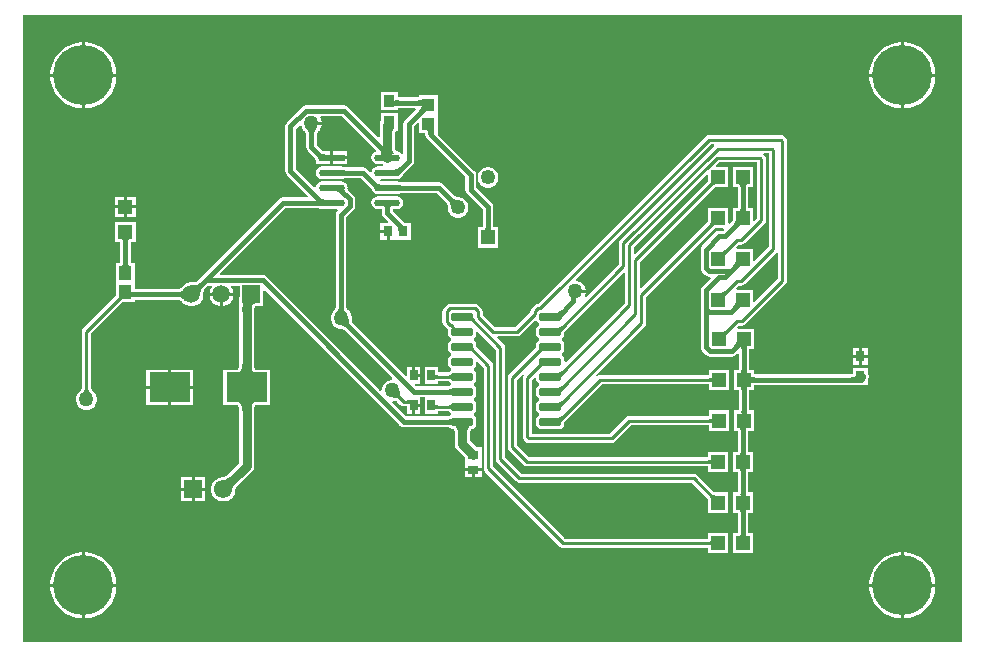
<source format=gtl>
G04*
G04 #@! TF.GenerationSoftware,Altium Limited,Altium Designer,25.8.1 (18)*
G04*
G04 Layer_Physical_Order=1*
G04 Layer_Color=255*
%FSLAX25Y25*%
%MOIN*%
G70*
G04*
G04 #@! TF.SameCoordinates,388448DE-4009-46C6-BC9F-7F365E803C92*
G04*
G04*
G04 #@! TF.FilePolarity,Positive*
G04*
G01*
G75*
%ADD15C,0.01000*%
%ADD18R,0.03543X0.03150*%
G04:AMPARAMS|DCode=19|XSize=25.59mil|YSize=72.84mil|CornerRadius=1.92mil|HoleSize=0mil|Usage=FLASHONLY|Rotation=270.000|XOffset=0mil|YOffset=0mil|HoleType=Round|Shape=RoundedRectangle|*
%AMROUNDEDRECTD19*
21,1,0.02559,0.06900,0,0,270.0*
21,1,0.02175,0.07284,0,0,270.0*
1,1,0.00384,-0.03450,-0.01088*
1,1,0.00384,-0.03450,0.01088*
1,1,0.00384,0.03450,0.01088*
1,1,0.00384,0.03450,-0.01088*
%
%ADD19ROUNDEDRECTD19*%
%ADD20R,0.04724X0.04724*%
%ADD21R,0.03543X0.03937*%
G04:AMPARAMS|DCode=22|XSize=85.4mil|YSize=22.92mil|CornerRadius=11.46mil|HoleSize=0mil|Usage=FLASHONLY|Rotation=0.000|XOffset=0mil|YOffset=0mil|HoleType=Round|Shape=RoundedRectangle|*
%AMROUNDEDRECTD22*
21,1,0.08540,0.00000,0,0,0.0*
21,1,0.06248,0.02292,0,0,0.0*
1,1,0.02292,0.03124,0.00000*
1,1,0.02292,-0.03124,0.00000*
1,1,0.02292,-0.03124,0.00000*
1,1,0.02292,0.03124,0.00000*
%
%ADD22ROUNDEDRECTD22*%
%ADD23R,0.04166X0.04748*%
%ADD24R,0.03150X0.03543*%
%ADD25R,0.02559X0.03543*%
%ADD26R,0.04724X0.04724*%
%ADD27R,0.13780X0.09843*%
%ADD28R,0.08540X0.02292*%
%ADD29R,0.04182X0.04188*%
%ADD44C,0.03000*%
%ADD45C,0.01500*%
%ADD46C,0.05906*%
%ADD47R,0.05906X0.05906*%
%ADD48R,0.04921X0.04921*%
%ADD49C,0.04921*%
%ADD50R,0.06102X0.06102*%
%ADD51C,0.06102*%
%ADD52C,0.05000*%
%ADD53C,0.20000*%
G36*
X414000Y78000D02*
X101000D01*
Y287000D01*
X414000D01*
Y78000D01*
D02*
G37*
%LPC*%
G36*
X394866Y278000D02*
X394500D01*
Y267500D01*
X405000D01*
Y267866D01*
X404729Y269576D01*
X404194Y271222D01*
X403408Y272765D01*
X402390Y274166D01*
X401166Y275390D01*
X399765Y276408D01*
X398222Y277194D01*
X396576Y277729D01*
X394866Y278000D01*
D02*
G37*
G36*
X393500D02*
X393134D01*
X391424Y277729D01*
X389777Y277194D01*
X388235Y276408D01*
X386834Y275390D01*
X385610Y274166D01*
X384592Y272765D01*
X383806Y271222D01*
X383271Y269576D01*
X383000Y267866D01*
Y267500D01*
X393500D01*
Y278000D01*
D02*
G37*
G36*
X121866D02*
X121500D01*
Y267500D01*
X132000D01*
Y267866D01*
X131729Y269576D01*
X131194Y271222D01*
X130408Y272765D01*
X129390Y274166D01*
X128166Y275390D01*
X126765Y276408D01*
X125223Y277194D01*
X123576Y277729D01*
X121866Y278000D01*
D02*
G37*
G36*
X120500D02*
X120134D01*
X118424Y277729D01*
X116778Y277194D01*
X115235Y276408D01*
X113834Y275390D01*
X112610Y274166D01*
X111592Y272765D01*
X110806Y271222D01*
X110271Y269576D01*
X110000Y267866D01*
Y267500D01*
X120500D01*
Y278000D01*
D02*
G37*
G36*
X405000Y266500D02*
X394500D01*
Y256000D01*
X394866D01*
X396576Y256271D01*
X398222Y256806D01*
X399765Y257592D01*
X401166Y258610D01*
X402390Y259834D01*
X403408Y261235D01*
X404194Y262777D01*
X404729Y264424D01*
X405000Y266134D01*
Y266500D01*
D02*
G37*
G36*
X393500D02*
X383000D01*
Y266134D01*
X383271Y264424D01*
X383806Y262777D01*
X384592Y261235D01*
X385610Y259834D01*
X386834Y258610D01*
X388235Y257592D01*
X389777Y256806D01*
X391424Y256271D01*
X393134Y256000D01*
X393500D01*
Y266500D01*
D02*
G37*
G36*
X132000D02*
X121500D01*
Y256000D01*
X121866D01*
X123576Y256271D01*
X125223Y256806D01*
X126765Y257592D01*
X128166Y258610D01*
X129390Y259834D01*
X130408Y261235D01*
X131194Y262777D01*
X131729Y264424D01*
X132000Y266134D01*
Y266500D01*
D02*
G37*
G36*
X120500D02*
X110000D01*
Y266134D01*
X110271Y264424D01*
X110806Y262777D01*
X111592Y261235D01*
X112610Y259834D01*
X113834Y258610D01*
X115235Y257592D01*
X116778Y256806D01*
X118424Y256271D01*
X120134Y256000D01*
X120500D01*
Y266500D01*
D02*
G37*
G36*
X225772Y261512D02*
X220228D01*
Y255575D01*
X224722D01*
X224760Y255567D01*
X224798Y255575D01*
X225772D01*
Y256105D01*
X225927Y256120D01*
X231549D01*
X231740Y255658D01*
X228121Y252039D01*
X227734Y251460D01*
X227598Y250777D01*
Y241017D01*
X227098Y240865D01*
X226977Y241047D01*
X226267Y241521D01*
X225430Y241688D01*
X225217D01*
X225206Y241695D01*
X225162Y241743D01*
X225093Y241856D01*
X225013Y242051D01*
X224938Y242331D01*
X224878Y242693D01*
X224854Y242955D01*
Y247314D01*
X224861Y247508D01*
X224902Y247890D01*
X224956Y248205D01*
X225016Y248436D01*
X225036Y248488D01*
X225772D01*
Y249462D01*
X225779Y249500D01*
X225772Y249538D01*
Y254425D01*
X220228D01*
Y251957D01*
X219951Y251541D01*
X219757Y250565D01*
Y246420D01*
X219295Y246229D01*
X209012Y256512D01*
X208433Y256898D01*
X207750Y257034D01*
X195240D01*
X194557Y256898D01*
X193978Y256512D01*
X193978Y256512D01*
X188738Y251272D01*
X188352Y250693D01*
X188216Y250010D01*
Y235070D01*
X188352Y234388D01*
X188738Y233809D01*
X195801Y226746D01*
X195609Y226284D01*
X187500D01*
X187500Y226284D01*
X186817Y226149D01*
X186238Y225762D01*
X186238Y225762D01*
X160441Y199964D01*
X160441Y199964D01*
X158887Y198410D01*
X158799Y198346D01*
X158662Y198267D01*
X158505Y198194D01*
X158324Y198129D01*
X158118Y198073D01*
X157886Y198029D01*
X157630Y197996D01*
X157347Y197977D01*
X157015Y197972D01*
X156924Y197953D01*
X156480D01*
X155474Y197683D01*
X154573Y197163D01*
X154258Y196848D01*
X154181Y196798D01*
X153943Y196567D01*
X153729Y196380D01*
X153525Y196222D01*
X153329Y196090D01*
X153144Y195984D01*
X152970Y195902D01*
X152807Y195842D01*
X152655Y195801D01*
X152547Y195784D01*
X138250D01*
X138160Y195792D01*
X138083Y195805D01*
Y197780D01*
Y204528D01*
X136805D01*
X136792Y204605D01*
X136784Y204694D01*
Y211338D01*
X136792Y211427D01*
X136805Y211504D01*
X138362D01*
Y218228D01*
X131638D01*
Y211504D01*
X133195D01*
X133208Y211427D01*
X133216Y211338D01*
Y204694D01*
X133208Y204605D01*
X133195Y204528D01*
X131917D01*
Y197780D01*
Y193974D01*
X131911Y193949D01*
X131906Y193858D01*
X131900Y193815D01*
X131887Y193767D01*
X131868Y193711D01*
X131861Y193695D01*
X131185Y192903D01*
X120919Y182637D01*
X120587Y182140D01*
X120471Y181555D01*
Y162870D01*
X120459Y162810D01*
X120428Y162710D01*
X120377Y162589D01*
X120303Y162448D01*
X120204Y162290D01*
X120086Y162126D01*
X119735Y161717D01*
X119522Y161499D01*
X119470Y161420D01*
X119199Y161149D01*
X118738Y160351D01*
X118500Y159461D01*
Y158539D01*
X118738Y157649D01*
X119199Y156851D01*
X119851Y156199D01*
X120649Y155738D01*
X121539Y155500D01*
X122461D01*
X123351Y155738D01*
X124149Y156199D01*
X124801Y156851D01*
X125261Y157649D01*
X125500Y158539D01*
Y159461D01*
X125261Y160351D01*
X124801Y161149D01*
X124538Y161412D01*
X124493Y161484D01*
X124068Y161935D01*
X123922Y162115D01*
X123796Y162290D01*
X123697Y162448D01*
X123623Y162589D01*
X123572Y162710D01*
X123541Y162810D01*
X123529Y162870D01*
Y180922D01*
X133269Y190662D01*
X133659Y191034D01*
X134061Y191377D01*
X134092Y191394D01*
X134156Y191423D01*
X134212Y191443D01*
X134260Y191455D01*
X134303Y191461D01*
X134394Y191466D01*
X134419Y191472D01*
X138083D01*
Y192195D01*
X138160Y192208D01*
X138250Y192216D01*
X152547D01*
X152655Y192199D01*
X152807Y192158D01*
X152970Y192098D01*
X153144Y192016D01*
X153329Y191910D01*
X153525Y191778D01*
X153729Y191620D01*
X153943Y191433D01*
X154181Y191202D01*
X154258Y191151D01*
X154573Y190837D01*
X155474Y190317D01*
X156480Y190047D01*
X157520D01*
X158526Y190317D01*
X159427Y190837D01*
X160163Y191573D01*
X160683Y192474D01*
X160953Y193480D01*
Y193924D01*
X160972Y194015D01*
X160977Y194347D01*
X160996Y194630D01*
X161029Y194886D01*
X161074Y195118D01*
X161129Y195324D01*
X161194Y195505D01*
X161267Y195662D01*
X161346Y195799D01*
X161410Y195887D01*
X161879Y196356D01*
X162001Y196453D01*
X162168Y196567D01*
X162338Y196664D01*
X162514Y196745D01*
X162695Y196811D01*
X162884Y196863D01*
X163083Y196901D01*
X163237Y196918D01*
X163675D01*
X163866Y196457D01*
X163837Y196427D01*
X163317Y195526D01*
X163047Y194520D01*
Y194500D01*
X170953D01*
Y194520D01*
X170683Y195526D01*
X170163Y196427D01*
X170133Y196457D01*
X170325Y196918D01*
X173047D01*
Y193396D01*
X173011Y193342D01*
X172817Y192366D01*
Y170221D01*
X172794Y169958D01*
X172734Y169596D01*
X172658Y169316D01*
X172579Y169121D01*
X172509Y169008D01*
X172466Y168961D01*
X172447Y168948D01*
X172425Y168941D01*
X172259Y168923D01*
X172253Y168921D01*
X167476D01*
Y157079D01*
X172253D01*
X172259Y157077D01*
X172425Y157059D01*
X172447Y157052D01*
X172466Y157039D01*
X172509Y156992D01*
X172579Y156879D01*
X172658Y156684D01*
X172734Y156404D01*
X172794Y156042D01*
X172817Y155779D01*
Y137851D01*
X168510Y133544D01*
X168382Y133442D01*
X168215Y133323D01*
X168064Y133230D01*
X167932Y133162D01*
X167820Y133115D01*
X167730Y133088D01*
X167661Y133076D01*
X167544Y133069D01*
X167475Y133051D01*
X167037D01*
X166007Y132775D01*
X165083Y132242D01*
X164329Y131488D01*
X163796Y130564D01*
X163520Y129533D01*
Y128467D01*
X163796Y127436D01*
X164329Y126513D01*
X165083Y125758D01*
X166007Y125225D01*
X167037Y124949D01*
X168104D01*
X169135Y125225D01*
X170058Y125758D01*
X170813Y126513D01*
X171346Y127436D01*
X171622Y128467D01*
Y128904D01*
X171640Y128973D01*
X171646Y129091D01*
X171659Y129159D01*
X171686Y129249D01*
X171732Y129361D01*
X171801Y129493D01*
X171894Y129644D01*
X172005Y129800D01*
X172158Y129982D01*
X177169Y134993D01*
X177721Y135820D01*
X177915Y136795D01*
Y155779D01*
X177938Y156042D01*
X177999Y156404D01*
X178074Y156684D01*
X178154Y156879D01*
X178223Y156992D01*
X178267Y157039D01*
X178286Y157052D01*
X178307Y157059D01*
X178473Y157077D01*
X178479Y157079D01*
X183256D01*
Y168921D01*
X178479D01*
X178473Y168923D01*
X178307Y168941D01*
X178286Y168948D01*
X178267Y168961D01*
X178223Y169008D01*
X178154Y169121D01*
X178074Y169316D01*
X177999Y169596D01*
X177938Y169958D01*
X177915Y170221D01*
Y188748D01*
X177938Y189010D01*
X177999Y189372D01*
X178074Y189652D01*
X178154Y189847D01*
X178223Y189960D01*
X178267Y190007D01*
X178286Y190020D01*
X178307Y190028D01*
X178473Y190045D01*
X178479Y190047D01*
X180953D01*
Y195251D01*
X181415Y195442D01*
X226619Y150238D01*
X226619Y150238D01*
X227198Y149852D01*
X227880Y149716D01*
X242542D01*
X242581Y149714D01*
X242714Y149699D01*
X242830Y149678D01*
X242915Y149656D01*
X242967Y149638D01*
X242971Y149634D01*
X243025Y149553D01*
X243243Y149408D01*
X243268Y149387D01*
X243279Y149384D01*
X243420Y149290D01*
X243885Y149197D01*
X244395D01*
X244415Y149190D01*
X244434Y149177D01*
X244478Y149130D01*
X244547Y149017D01*
X244627Y148822D01*
X244702Y148542D01*
X244762Y148180D01*
X244786Y147917D01*
Y144126D01*
X244980Y143150D01*
X245532Y142324D01*
X248228Y139628D01*
Y137886D01*
Y136039D01*
X251000D01*
X253772D01*
Y137886D01*
Y143035D01*
X252030D01*
X249884Y145182D01*
Y147917D01*
X249907Y148180D01*
X249967Y148542D01*
X250043Y148822D01*
X250122Y149017D01*
X250191Y149130D01*
X250235Y149177D01*
X250254Y149190D01*
X250275Y149197D01*
X250784D01*
X251250Y149290D01*
X251644Y149553D01*
X251907Y149947D01*
X252000Y150412D01*
Y152588D01*
X251907Y153053D01*
X251644Y153447D01*
X251250Y153710D01*
X251075Y153745D01*
Y154255D01*
X251250Y154290D01*
X251644Y154553D01*
X251907Y154947D01*
X252000Y155412D01*
Y157588D01*
X251907Y158053D01*
X251644Y158447D01*
X251250Y158710D01*
X251075Y158745D01*
Y159255D01*
X251250Y159290D01*
X251644Y159553D01*
X251907Y159947D01*
X252000Y160412D01*
Y162588D01*
X251907Y163053D01*
X251644Y163447D01*
X251250Y163710D01*
X251075Y163745D01*
Y164255D01*
X251250Y164290D01*
X251644Y164553D01*
X251907Y164947D01*
X252000Y165412D01*
Y167588D01*
X251907Y168053D01*
X251644Y168447D01*
X251250Y168710D01*
X251075Y168745D01*
Y169255D01*
X251250Y169290D01*
X251644Y169553D01*
X251907Y169947D01*
X252000Y170412D01*
Y171381D01*
X252462Y171572D01*
X254471Y169563D01*
Y136000D01*
X254587Y135415D01*
X254919Y134919D01*
X279919Y109919D01*
X280415Y109587D01*
X281000Y109471D01*
X329209D01*
Y107638D01*
X335933D01*
Y114362D01*
X329209D01*
Y112529D01*
X281633D01*
X257529Y136634D01*
Y170197D01*
X257413Y170782D01*
X257081Y171278D01*
X252252Y176107D01*
X252217Y176148D01*
X252151Y176238D01*
X252098Y176319D01*
X252058Y176392D01*
X252029Y176456D01*
X252009Y176512D01*
X252000Y176550D01*
Y177588D01*
X251907Y178053D01*
X251644Y178447D01*
X251250Y178710D01*
X251075Y178745D01*
Y179255D01*
X251250Y179290D01*
X251644Y179553D01*
X251907Y179947D01*
X252000Y180412D01*
Y181381D01*
X252462Y181572D01*
X258471Y175563D01*
Y139000D01*
X258587Y138415D01*
X258919Y137919D01*
X265191Y131646D01*
X265687Y131315D01*
X266272Y131198D01*
X323803D01*
X328936Y126065D01*
X328971Y126023D01*
X329038Y125934D01*
X329091Y125853D01*
X329131Y125780D01*
X329160Y125716D01*
X329179Y125660D01*
X329191Y125612D01*
X329198Y125569D01*
X329202Y125478D01*
X329209Y125453D01*
Y121230D01*
X335933D01*
Y127955D01*
X331711D01*
X331686Y127961D01*
X331595Y127966D01*
X331552Y127972D01*
X331503Y127984D01*
X331448Y128004D01*
X331383Y128033D01*
X331311Y128073D01*
X331229Y128126D01*
X331140Y128192D01*
X331099Y128227D01*
X325518Y133809D01*
X325021Y134141D01*
X324436Y134257D01*
X266906D01*
X261529Y139634D01*
Y176197D01*
X261413Y176782D01*
X261081Y177278D01*
X258851Y179509D01*
X259042Y179971D01*
X265500D01*
X266085Y180087D01*
X266581Y180419D01*
X271518Y185355D01*
X272047Y185177D01*
X272093Y184947D01*
X272356Y184553D01*
X272750Y184290D01*
X272925Y184255D01*
Y183745D01*
X272750Y183710D01*
X272356Y183447D01*
X272093Y183053D01*
X272000Y182588D01*
Y180412D01*
X272093Y179947D01*
X272356Y179553D01*
X272750Y179290D01*
X272925Y179255D01*
Y178745D01*
X272750Y178710D01*
X272356Y178447D01*
X272093Y178053D01*
X272000Y177588D01*
Y176550D01*
X271991Y176512D01*
X271971Y176456D01*
X271942Y176392D01*
X271902Y176319D01*
X271849Y176238D01*
X271783Y176148D01*
X271748Y176107D01*
X262919Y167278D01*
X262587Y166782D01*
X262471Y166197D01*
Y143000D01*
X262587Y142415D01*
X262919Y141919D01*
X267733Y137104D01*
X268229Y136773D01*
X268814Y136656D01*
X329209D01*
Y134823D01*
X335933D01*
Y141548D01*
X329209D01*
Y139715D01*
X269448D01*
X265529Y143633D01*
Y165563D01*
X267464Y167498D01*
X267852Y167179D01*
X267587Y166782D01*
X267471Y166197D01*
Y146586D01*
X267587Y146001D01*
X267919Y145504D01*
X268504Y144919D01*
X269001Y144587D01*
X269586Y144471D01*
X297034D01*
X297619Y144587D01*
X298116Y144919D01*
X303603Y150406D01*
X329504D01*
Y148574D01*
X336228D01*
Y155298D01*
X329504D01*
Y153465D01*
X302970D01*
X302384Y153349D01*
X301888Y153017D01*
X296401Y147529D01*
X270529D01*
Y165563D01*
X271538Y166572D01*
X272000Y166381D01*
Y165412D01*
X272093Y164947D01*
X272356Y164553D01*
X272750Y164290D01*
X272925Y164255D01*
Y163745D01*
X272750Y163710D01*
X272356Y163447D01*
X272093Y163053D01*
X272000Y162588D01*
Y160412D01*
X272093Y159947D01*
X272356Y159553D01*
X272750Y159290D01*
X272925Y159255D01*
Y158745D01*
X272750Y158710D01*
X272356Y158447D01*
X272093Y158053D01*
X272000Y157588D01*
Y155412D01*
X272093Y154947D01*
X272356Y154553D01*
X272750Y154290D01*
X272925Y154255D01*
Y153745D01*
X272750Y153710D01*
X272356Y153447D01*
X272093Y153053D01*
X272000Y152588D01*
Y150412D01*
X272093Y149947D01*
X272356Y149553D01*
X272750Y149290D01*
X273216Y149197D01*
X280115D01*
X280580Y149290D01*
X280975Y149553D01*
X281238Y149947D01*
X281330Y150412D01*
Y151450D01*
X281340Y151488D01*
X281360Y151544D01*
X281388Y151608D01*
X281429Y151681D01*
X281481Y151762D01*
X281548Y151851D01*
X281583Y151893D01*
X293689Y163999D01*
X329504D01*
Y162166D01*
X336228D01*
Y168891D01*
X329504D01*
Y167058D01*
X293056D01*
X292471Y166941D01*
X292074Y166676D01*
X291755Y167064D01*
X308081Y183391D01*
X308413Y183887D01*
X308529Y184473D01*
Y193203D01*
X331099Y215773D01*
X331140Y215808D01*
X331229Y215874D01*
X331311Y215927D01*
X331383Y215967D01*
X331448Y215996D01*
X331503Y216016D01*
X331552Y216028D01*
X331595Y216034D01*
X331686Y216039D01*
X331711Y216045D01*
X334300D01*
X334491Y215583D01*
X334041Y215132D01*
X332905D01*
X332905Y215132D01*
X332223Y214997D01*
X331644Y214610D01*
X331644Y214610D01*
X327197Y210163D01*
X326810Y209584D01*
X326674Y208902D01*
Y202727D01*
X326810Y202045D01*
X327197Y201466D01*
X328222Y200441D01*
X328222Y200441D01*
X328801Y200054D01*
X329484Y199918D01*
X329891D01*
X330083Y199456D01*
X327197Y196571D01*
X326810Y195992D01*
X326674Y195309D01*
Y189135D01*
Y176329D01*
X326810Y175646D01*
X327197Y175068D01*
X328517Y173747D01*
X329096Y173361D01*
X329779Y173225D01*
X337022D01*
X337704Y173361D01*
X338283Y173747D01*
X338888Y174352D01*
X339350Y174160D01*
Y169057D01*
X339342Y168967D01*
X339329Y168891D01*
X337772D01*
Y162166D01*
X339329D01*
X339342Y162089D01*
X339350Y162000D01*
Y155464D01*
X339342Y155375D01*
X339329Y155298D01*
X337772D01*
Y148574D01*
X339034D01*
X339046Y148497D01*
X339054Y148407D01*
Y141714D01*
X339046Y141624D01*
X339034Y141548D01*
X337476D01*
Y134823D01*
X339034D01*
X339046Y134746D01*
X339054Y134657D01*
Y128121D01*
X339046Y128032D01*
X339034Y127955D01*
X337476D01*
Y121230D01*
X339034D01*
X339046Y121154D01*
X339054Y121064D01*
Y114529D01*
X339046Y114439D01*
X339034Y114362D01*
X337476D01*
Y107638D01*
X344201D01*
Y114362D01*
X342644D01*
X342631Y114439D01*
X342623Y114529D01*
Y121064D01*
X342631Y121154D01*
X342644Y121230D01*
X344201D01*
Y127955D01*
X342644D01*
X342631Y128032D01*
X342623Y128121D01*
Y134657D01*
X342631Y134746D01*
X342644Y134823D01*
X344201D01*
Y141548D01*
X342644D01*
X342631Y141624D01*
X342623Y141714D01*
Y148407D01*
X342631Y148497D01*
X342644Y148574D01*
X344496D01*
Y155298D01*
X342939D01*
X342926Y155375D01*
X342918Y155464D01*
Y162000D01*
X342926Y162089D01*
X342939Y162166D01*
X344496D01*
Y163723D01*
X344573Y163736D01*
X344662Y163744D01*
X380072D01*
X380754Y163880D01*
X380757Y163882D01*
X382575D01*
Y165664D01*
X382648Y165774D01*
X382784Y166457D01*
Y166654D01*
X382648Y167336D01*
X382575Y167447D01*
Y169425D01*
X377425D01*
Y167333D01*
X377348Y167321D01*
X377259Y167313D01*
X344662D01*
X344573Y167321D01*
X344496Y167333D01*
Y168891D01*
X342939D01*
X342926Y168967D01*
X342918Y169057D01*
Y175593D01*
X342926Y175682D01*
X342939Y175759D01*
X344496D01*
Y182483D01*
X339044D01*
X338853Y182945D01*
X339489Y183581D01*
X340573D01*
X341159Y183698D01*
X341655Y184029D01*
X355081Y197456D01*
X355413Y197952D01*
X355529Y198537D01*
Y245000D01*
X355413Y245585D01*
X355081Y246081D01*
X354496Y246667D01*
X353999Y246999D01*
X353414Y247115D01*
X329586D01*
X329000Y246999D01*
X328504Y246667D01*
X272646Y190809D01*
X272515D01*
X271930Y190692D01*
X271433Y190361D01*
X270442Y189370D01*
X270111Y188874D01*
X269994Y188288D01*
Y188157D01*
X264866Y183029D01*
X258159D01*
X254006Y187182D01*
Y188288D01*
X253889Y188874D01*
X253558Y189370D01*
X252567Y190361D01*
X252070Y190692D01*
X251485Y190809D01*
X243184D01*
X242599Y190692D01*
X242103Y190361D01*
X241111Y189370D01*
X240780Y188874D01*
X240664Y188288D01*
Y184712D01*
X240780Y184126D01*
X241111Y183630D01*
X242103Y182639D01*
X242599Y182308D01*
X242664Y182295D01*
Y182280D01*
X242670Y182249D01*
Y180412D01*
X242762Y179947D01*
X243025Y179553D01*
X243420Y179290D01*
X243594Y179255D01*
Y178745D01*
X243420Y178710D01*
X243025Y178447D01*
X242762Y178053D01*
X242670Y177588D01*
Y175412D01*
X242762Y174947D01*
X243025Y174553D01*
X243420Y174290D01*
X243594Y174255D01*
Y173745D01*
X243420Y173710D01*
X243025Y173447D01*
X242762Y173053D01*
X242670Y172588D01*
Y170412D01*
X242762Y169947D01*
X243025Y169553D01*
X243420Y169290D01*
X243594Y169255D01*
Y168745D01*
X243420Y168710D01*
X243025Y168447D01*
X242762Y168053D01*
X242757Y168029D01*
X239232D01*
Y169772D01*
X234673D01*
Y164228D01*
X239232D01*
Y164971D01*
X242757D01*
X242762Y164947D01*
X243025Y164553D01*
X243420Y164290D01*
X243594Y164255D01*
Y163745D01*
X243420Y163710D01*
X243279Y163616D01*
X243268Y163613D01*
X243243Y163592D01*
X243025Y163447D01*
X242971Y163366D01*
X242967Y163362D01*
X242915Y163344D01*
X242830Y163322D01*
X242728Y163304D01*
X242509Y163284D01*
X231760D01*
X231278Y163766D01*
X231469Y164228D01*
X233327D01*
Y166500D01*
X231047D01*
Y167000D01*
X230547D01*
Y169772D01*
X228768D01*
Y166930D01*
X228306Y166739D01*
X210700Y184345D01*
X210658Y184401D01*
X210599Y184500D01*
X210550Y184605D01*
X210512Y184717D01*
X210482Y184840D01*
X210464Y184978D01*
X210456Y185131D01*
X210462Y185301D01*
X210480Y185466D01*
X210500Y185539D01*
Y186461D01*
X210262Y187351D01*
X209801Y188149D01*
X209340Y188610D01*
X209300Y188664D01*
X209155Y188794D01*
X209149Y188801D01*
X209147Y188802D01*
X209127Y188820D01*
X209000Y188952D01*
X208894Y189080D01*
X208807Y189205D01*
X208737Y189326D01*
X208683Y189445D01*
X208642Y189562D01*
X208613Y189682D01*
X208603Y189752D01*
Y219666D01*
X210976Y222039D01*
X210976Y222039D01*
X211363Y222618D01*
X211499Y223301D01*
Y225699D01*
X211499Y225699D01*
X211363Y226382D01*
X210976Y226961D01*
X210976Y226961D01*
X209282Y228656D01*
X209238Y228708D01*
X209151Y228828D01*
X209084Y228936D01*
X209036Y229033D01*
X209003Y229117D01*
X208983Y229189D01*
X208973Y229253D01*
X208971Y229310D01*
X208972Y229326D01*
X209007Y229500D01*
X208840Y230337D01*
X208366Y231047D01*
X207656Y231521D01*
X206819Y231688D01*
X200570D01*
X199733Y231521D01*
X199023Y231047D01*
X198549Y230337D01*
X198452Y229849D01*
X197909Y229684D01*
X191784Y235809D01*
Y249271D01*
X193031Y250518D01*
X193555Y250335D01*
X193738Y249649D01*
X194199Y248851D01*
X194467Y248584D01*
X194515Y248508D01*
X194683Y248333D01*
X194810Y248183D01*
X194918Y248038D01*
X195007Y247897D01*
X195079Y247761D01*
X195135Y247630D01*
X195177Y247501D01*
X195206Y247373D01*
X195216Y247303D01*
Y243070D01*
X195352Y242388D01*
X195738Y241809D01*
X197885Y239662D01*
X197961Y239573D01*
X198081Y239413D01*
X198179Y239261D01*
X198258Y239118D01*
X198319Y238983D01*
X198363Y238856D01*
X198393Y238737D01*
X198410Y238623D01*
X198418Y238462D01*
X198424Y238437D01*
Y237354D01*
X203194D01*
Y239500D01*
Y241680D01*
X201322D01*
X201214Y241707D01*
X201088Y241752D01*
X200953Y241812D01*
X200809Y241891D01*
X200657Y241990D01*
X200498Y242110D01*
X200408Y242186D01*
X198784Y243810D01*
Y247303D01*
X198794Y247373D01*
X198823Y247501D01*
X198865Y247629D01*
X198922Y247761D01*
X198993Y247897D01*
X199082Y248038D01*
X199189Y248183D01*
X199317Y248333D01*
X199485Y248508D01*
X199533Y248584D01*
X199801Y248851D01*
X200261Y249649D01*
X200489Y250500D01*
X197000D01*
Y251500D01*
X200489D01*
X200261Y252351D01*
X199907Y252966D01*
X200147Y253466D01*
X207011D01*
X218486Y241990D01*
X218418Y241765D01*
X218287Y241483D01*
X217634Y241047D01*
X217160Y240337D01*
X216993Y239500D01*
X217160Y238663D01*
X217634Y237953D01*
X218344Y237479D01*
X219181Y237312D01*
X220816D01*
X220964Y237188D01*
X220785Y236697D01*
X220775Y236688D01*
X219181D01*
X218344Y236521D01*
X217634Y236047D01*
X217160Y235337D01*
X217063Y234849D01*
X216520Y234684D01*
X215443Y235762D01*
X214864Y236149D01*
X214181Y236284D01*
X208594D01*
X208464Y236289D01*
X208121Y236322D01*
X208014Y236339D01*
X207938Y236356D01*
X207914Y236363D01*
X207896Y236369D01*
X207862Y236384D01*
X207656Y236521D01*
X206819Y236688D01*
X200570D01*
X199733Y236521D01*
X199023Y236047D01*
X198549Y235337D01*
X198382Y234500D01*
X198549Y233663D01*
X199023Y232953D01*
X199733Y232479D01*
X200570Y232312D01*
X206819D01*
X207656Y232479D01*
X207862Y232616D01*
X207896Y232630D01*
X207914Y232637D01*
X207938Y232644D01*
X208014Y232661D01*
X208105Y232675D01*
X208732Y232716D01*
X213442D01*
X216665Y229494D01*
X216753Y229398D01*
X216972Y229133D01*
X217035Y229045D01*
X217078Y228979D01*
X217090Y228957D01*
X217098Y228940D01*
X217112Y228906D01*
X217160Y228663D01*
X217634Y227953D01*
X218344Y227479D01*
X219181Y227312D01*
X225430D01*
X226267Y227479D01*
X226473Y227616D01*
X226507Y227630D01*
X226525Y227637D01*
X226549Y227644D01*
X226625Y227661D01*
X226716Y227675D01*
X227343Y227716D01*
X238761D01*
X242079Y224397D01*
X242120Y224343D01*
X242186Y224238D01*
X242242Y224124D01*
X242290Y224001D01*
X242330Y223866D01*
X242360Y223716D01*
X242380Y223551D01*
X242389Y223370D01*
X242385Y223141D01*
X242402Y223049D01*
Y222544D01*
X242637Y221664D01*
X243093Y220875D01*
X243737Y220231D01*
X244527Y219775D01*
X245407Y219539D01*
X246318D01*
X247198Y219775D01*
X247987Y220231D01*
X248631Y220875D01*
X249087Y221664D01*
X249323Y222544D01*
Y223456D01*
X249087Y224336D01*
X248631Y225125D01*
X247987Y225769D01*
X247198Y226225D01*
X246318Y226461D01*
X246059D01*
X245994Y226477D01*
X245755Y226491D01*
X245561Y226514D01*
X245383Y226547D01*
X245220Y226588D01*
X245073Y226638D01*
X244939Y226695D01*
X244817Y226759D01*
X244705Y226831D01*
X244652Y226872D01*
X240762Y230762D01*
X240183Y231149D01*
X239500Y231284D01*
X227205D01*
X227075Y231289D01*
X226732Y231322D01*
X226625Y231339D01*
X226549Y231356D01*
X226525Y231363D01*
X226507Y231369D01*
X226473Y231384D01*
X226267Y231521D01*
X225430Y231688D01*
X220037D01*
X219900Y231812D01*
X219964Y232089D01*
X220144Y232312D01*
X225430D01*
X226267Y232479D01*
X226977Y232953D01*
X227451Y233663D01*
X227499Y233906D01*
X227513Y233940D01*
X227521Y233957D01*
X227533Y233979D01*
X227576Y234045D01*
X227630Y234120D01*
X228044Y234591D01*
X230644Y237191D01*
X231031Y237770D01*
X231167Y238453D01*
Y250038D01*
X232447Y251318D01*
X232909Y251127D01*
Y247641D01*
X234943D01*
X234946Y247595D01*
Y247270D01*
X235082Y246587D01*
X235469Y246008D01*
X248288Y233188D01*
Y228927D01*
X248424Y228244D01*
X248811Y227665D01*
X254078Y222399D01*
Y216627D01*
X254070Y216537D01*
X254057Y216461D01*
X252402D01*
Y209539D01*
X259323D01*
Y216461D01*
X257667D01*
X257654Y216537D01*
X257646Y216627D01*
Y223138D01*
X257646Y223138D01*
X257511Y223821D01*
X257124Y224399D01*
X257124Y224399D01*
X251857Y229666D01*
Y233927D01*
X251857Y233927D01*
X251721Y234610D01*
X251335Y235189D01*
X251335Y235189D01*
X239300Y247224D01*
X239091Y247641D01*
X239091D01*
X239091Y247641D01*
Y248615D01*
X239098Y248653D01*
X239091Y248691D01*
Y248774D01*
X239091Y248776D01*
X239091Y248776D01*
Y253829D01*
X239091Y253829D01*
Y254171D01*
X239091D01*
X239091Y254329D01*
Y260359D01*
X234040D01*
X234037Y260360D01*
X234024Y260359D01*
X233959D01*
X233921Y260367D01*
X233883Y260359D01*
X232909D01*
Y259706D01*
X232842Y259695D01*
X232760Y259689D01*
X225938D01*
X225849Y259697D01*
X225772Y259709D01*
Y261512D01*
D02*
G37*
G36*
X208964Y241646D02*
X204194D01*
Y240000D01*
X208964D01*
Y241646D01*
D02*
G37*
G36*
Y239000D02*
X204194D01*
Y237354D01*
X208964D01*
Y239000D01*
D02*
G37*
G36*
X256318Y236461D02*
X255407D01*
X254526Y236225D01*
X253737Y235769D01*
X253093Y235125D01*
X252637Y234336D01*
X252402Y233456D01*
Y232544D01*
X252637Y231664D01*
X253093Y230875D01*
X253737Y230231D01*
X254526Y229775D01*
X255407Y229539D01*
X256318D01*
X257198Y229775D01*
X257987Y230231D01*
X258631Y230875D01*
X259087Y231664D01*
X259323Y232544D01*
Y233456D01*
X259087Y234336D01*
X258631Y235125D01*
X257987Y235769D01*
X257198Y236225D01*
X256318Y236461D01*
D02*
G37*
G36*
X138362Y226496D02*
X135500D01*
Y223634D01*
X138362D01*
Y226496D01*
D02*
G37*
G36*
X134500D02*
X131638D01*
Y223634D01*
X134500D01*
Y226496D01*
D02*
G37*
G36*
X138362Y222634D02*
X135500D01*
Y219772D01*
X138362D01*
Y222634D01*
D02*
G37*
G36*
X134500D02*
X131638D01*
Y219772D01*
X134500D01*
Y222634D01*
D02*
G37*
G36*
X225430Y226688D02*
X219181D01*
X218344Y226521D01*
X217634Y226047D01*
X217160Y225337D01*
X216993Y224500D01*
X217160Y223663D01*
X217634Y222953D01*
X218344Y222479D01*
X219181Y222312D01*
X220506D01*
X220513Y222267D01*
X220521Y222178D01*
Y221104D01*
X220657Y220421D01*
X221044Y219842D01*
X222653Y218234D01*
X222461Y217772D01*
X219965D01*
Y215500D01*
X222539D01*
Y215000D01*
X223039D01*
Y212228D01*
X230035D01*
Y217772D01*
X228074D01*
X227898Y218035D01*
X227898Y218036D01*
X224121Y221812D01*
X224165Y222312D01*
X225430D01*
X226267Y222479D01*
X226977Y222953D01*
X227451Y223663D01*
X227618Y224500D01*
X227451Y225337D01*
X226977Y226047D01*
X226267Y226521D01*
X225430Y226688D01*
D02*
G37*
G36*
X222039Y214500D02*
X219965D01*
Y212228D01*
X222039D01*
Y214500D01*
D02*
G37*
G36*
X170953Y193500D02*
X167500D01*
Y190047D01*
X167520D01*
X168526Y190317D01*
X169427Y190837D01*
X170163Y191573D01*
X170683Y192474D01*
X170953Y193480D01*
Y193500D01*
D02*
G37*
G36*
X166500D02*
X163047D01*
Y193480D01*
X163317Y192474D01*
X163837Y191573D01*
X164573Y190837D01*
X165474Y190317D01*
X166480Y190047D01*
X166500D01*
Y193500D01*
D02*
G37*
G36*
X382575Y176118D02*
X380500D01*
Y173846D01*
X382575D01*
Y176118D01*
D02*
G37*
G36*
X379500D02*
X377425D01*
Y173846D01*
X379500D01*
Y176118D01*
D02*
G37*
G36*
X382575Y172846D02*
X380500D01*
Y170575D01*
X382575D01*
Y172846D01*
D02*
G37*
G36*
X379500D02*
X377425D01*
Y170575D01*
X379500D01*
Y172846D01*
D02*
G37*
G36*
X233327Y169772D02*
X231547D01*
Y167500D01*
X233327D01*
Y169772D01*
D02*
G37*
G36*
X157665Y168921D02*
X150276D01*
Y163500D01*
X157665D01*
Y168921D01*
D02*
G37*
G36*
X149276D02*
X141886D01*
Y163500D01*
X149276D01*
Y168921D01*
D02*
G37*
G36*
X157665Y162500D02*
X150276D01*
Y157079D01*
X157665D01*
Y162500D01*
D02*
G37*
G36*
X149276D02*
X141886D01*
Y157079D01*
X149276D01*
Y162500D01*
D02*
G37*
G36*
X253772Y135039D02*
X251500D01*
Y132965D01*
X253772D01*
Y135039D01*
D02*
G37*
G36*
X250500D02*
X248228D01*
Y132965D01*
X250500D01*
Y135039D01*
D02*
G37*
G36*
X161622Y133051D02*
X158071D01*
Y129500D01*
X161622D01*
Y133051D01*
D02*
G37*
G36*
X157071D02*
X153520D01*
Y129500D01*
X157071D01*
Y133051D01*
D02*
G37*
G36*
X161622Y128500D02*
X158071D01*
Y124949D01*
X161622D01*
Y128500D01*
D02*
G37*
G36*
X157071D02*
X153520D01*
Y124949D01*
X157071D01*
Y128500D01*
D02*
G37*
G36*
X394866Y108000D02*
X394500D01*
Y97500D01*
X405000D01*
Y97866D01*
X404729Y99576D01*
X404194Y101223D01*
X403408Y102765D01*
X402390Y104166D01*
X401166Y105390D01*
X399765Y106408D01*
X398222Y107194D01*
X396576Y107729D01*
X394866Y108000D01*
D02*
G37*
G36*
X393500D02*
X393134D01*
X391424Y107729D01*
X389777Y107194D01*
X388235Y106408D01*
X386834Y105390D01*
X385610Y104166D01*
X384592Y102765D01*
X383806Y101223D01*
X383271Y99576D01*
X383000Y97866D01*
Y97500D01*
X393500D01*
Y108000D01*
D02*
G37*
G36*
X121866D02*
X121500D01*
Y97500D01*
X132000D01*
Y97866D01*
X131729Y99576D01*
X131194Y101223D01*
X130408Y102765D01*
X129390Y104166D01*
X128166Y105390D01*
X126765Y106408D01*
X125223Y107194D01*
X123576Y107729D01*
X121866Y108000D01*
D02*
G37*
G36*
X120500D02*
X120134D01*
X118424Y107729D01*
X116778Y107194D01*
X115235Y106408D01*
X113834Y105390D01*
X112610Y104166D01*
X111592Y102765D01*
X110806Y101223D01*
X110271Y99576D01*
X110000Y97866D01*
Y97500D01*
X120500D01*
Y108000D01*
D02*
G37*
G36*
X405000Y96500D02*
X394500D01*
Y86000D01*
X394866D01*
X396576Y86271D01*
X398222Y86806D01*
X399765Y87592D01*
X401166Y88610D01*
X402390Y89834D01*
X403408Y91235D01*
X404194Y92778D01*
X404729Y94424D01*
X405000Y96134D01*
Y96500D01*
D02*
G37*
G36*
X393500D02*
X383000D01*
Y96134D01*
X383271Y94424D01*
X383806Y92778D01*
X384592Y91235D01*
X385610Y89834D01*
X386834Y88610D01*
X388235Y87592D01*
X389777Y86806D01*
X391424Y86271D01*
X393134Y86000D01*
X393500D01*
Y96500D01*
D02*
G37*
G36*
X132000D02*
X121500D01*
Y86000D01*
X121866D01*
X123576Y86271D01*
X125223Y86806D01*
X126765Y87592D01*
X128166Y88610D01*
X129390Y89834D01*
X130408Y91235D01*
X131194Y92778D01*
X131729Y94424D01*
X132000Y96134D01*
Y96500D01*
D02*
G37*
G36*
X120500D02*
X110000D01*
Y96134D01*
X110271Y94424D01*
X110806Y92778D01*
X111592Y91235D01*
X112610Y89834D01*
X113834Y88610D01*
X115235Y87592D01*
X116778Y86806D01*
X118424Y86271D01*
X120134Y86000D01*
X120500D01*
Y96500D01*
D02*
G37*
%LPD*%
G36*
X224775Y259262D02*
X224820Y259134D01*
X224895Y259022D01*
X225000Y258924D01*
X225135Y258842D01*
X225300Y258774D01*
X225495Y258722D01*
X225720Y258684D01*
X225975Y258662D01*
X226260Y258654D01*
Y257154D01*
X225975Y257149D01*
X225495Y257103D01*
X225300Y257064D01*
X225135Y257012D01*
X225000Y256950D01*
X224895Y256876D01*
X224820Y256791D01*
X224775Y256695D01*
X224760Y256587D01*
Y259404D01*
X224775Y259262D01*
D02*
G37*
G36*
X233921Y257437D02*
X235910Y255183D01*
X235698Y255173D01*
X235486Y255141D01*
X235274Y255088D01*
X235062Y255014D01*
X234850Y254918D01*
X234638Y254802D01*
X234425Y254664D01*
X234213Y254505D01*
X234001Y254324D01*
X233789Y254123D01*
X232860Y255315D01*
X233062Y255528D01*
X233242Y255740D01*
X233401Y255952D01*
X233539Y256164D01*
X233656Y256376D01*
X233752Y256588D01*
X233809Y256753D01*
X233786Y256787D01*
X233681Y256884D01*
X233546Y256967D01*
X233381Y257034D01*
X233186Y257087D01*
X232961Y257124D01*
X232706Y257147D01*
X232421Y257154D01*
Y258654D01*
X232706Y258661D01*
X232961Y258682D01*
X233186Y258717D01*
X233381Y258765D01*
X233546Y258827D01*
X233681Y258904D01*
X233786Y258994D01*
X233861Y259098D01*
X233906Y259215D01*
X233921Y259347D01*
Y257437D01*
D02*
G37*
G36*
X237965Y248639D02*
X237863Y248598D01*
X237774Y248528D01*
X237696Y248431D01*
X237630Y248307D01*
X237576Y248155D01*
X237534Y247975D01*
X237504Y247767D01*
X237487Y247532D01*
X237480Y247270D01*
X235981D01*
X235974Y247532D01*
X235955Y247767D01*
X235924Y247975D01*
X235879Y248155D01*
X235822Y248307D01*
X235753Y248431D01*
X235670Y248528D01*
X235575Y248598D01*
X235468Y248639D01*
X235347Y248653D01*
X238079D01*
X237965Y248639D01*
D02*
G37*
G36*
X198560Y249017D02*
X198390Y248817D01*
X198240Y248614D01*
X198110Y248408D01*
X198000Y248200D01*
X197910Y247988D01*
X197840Y247774D01*
X197790Y247557D01*
X197760Y247338D01*
X197750Y247115D01*
X196250D01*
X196240Y247338D01*
X196210Y247557D01*
X196160Y247774D01*
X196090Y247988D01*
X196000Y248200D01*
X195890Y248408D01*
X195760Y248614D01*
X195610Y248817D01*
X195440Y249017D01*
X195250Y249215D01*
X198750D01*
X198560Y249017D01*
D02*
G37*
G36*
X224578Y249470D02*
X224416Y249380D01*
X224273Y249230D01*
X224149Y249020D01*
X224044Y248750D01*
X223958Y248420D01*
X223891Y248030D01*
X223844Y247580D01*
X223805Y246500D01*
X220806D01*
X221240Y249500D01*
X224760D01*
X224578Y249470D01*
D02*
G37*
G36*
X223820Y243074D02*
X223866Y242564D01*
X223940Y242114D01*
X224045Y241724D01*
X224181Y241394D01*
X224345Y241124D01*
X224540Y240914D01*
X224765Y240764D01*
X225021Y240674D01*
X225306Y240644D01*
X219305D01*
X219590Y240674D01*
X219846Y240764D01*
X220016Y240877D01*
X220077Y240987D01*
X220133Y241138D01*
X220177Y241317D01*
X220208Y241523D01*
X220227Y241756D01*
X220233Y242017D01*
X220644D01*
X220671Y242114D01*
X220745Y242564D01*
X220791Y243074D01*
X220806Y243644D01*
X223805D01*
X223820Y243074D01*
D02*
G37*
G36*
X199649Y241493D02*
X199861Y241313D01*
X200073Y241154D01*
X200285Y241016D01*
X200497Y240899D01*
X200709Y240804D01*
X200921Y240729D01*
X201134Y240676D01*
X201346Y240645D01*
X201558Y240634D01*
X199436Y238513D01*
X199426Y238725D01*
X199394Y238937D01*
X199341Y239149D01*
X199267Y239361D01*
X199171Y239573D01*
X199055Y239785D01*
X198917Y239998D01*
X198758Y240210D01*
X198577Y240422D01*
X198376Y240634D01*
X199436Y241695D01*
X199649Y241493D01*
D02*
G37*
G36*
X227624Y235634D02*
X227427Y235433D01*
X226833Y234757D01*
X226733Y234621D01*
X226654Y234497D01*
X226594Y234386D01*
X226554Y234289D01*
X226534Y234204D01*
X224452Y235644D01*
X224664Y235654D01*
X224876Y235686D01*
X225087Y235738D01*
X225299Y235812D01*
X225510Y235907D01*
X225721Y236022D01*
X225932Y236159D01*
X226143Y236316D01*
X226353Y236495D01*
X226564Y236695D01*
X227624Y235634D01*
D02*
G37*
G36*
X207465Y235445D02*
X207562Y235404D01*
X207682Y235368D01*
X207826Y235337D01*
X207993Y235310D01*
X208395Y235272D01*
X208890Y235252D01*
X209172Y235250D01*
Y233750D01*
X208890Y233748D01*
X207993Y233690D01*
X207826Y233663D01*
X207682Y233632D01*
X207562Y233596D01*
X207465Y233555D01*
X207390Y233509D01*
Y235490D01*
X207465Y235445D01*
D02*
G37*
G36*
X331635Y230650D02*
X331493Y230643D01*
X331352Y230621D01*
X331211Y230586D01*
X331069Y230537D01*
X330928Y230473D01*
X330786Y230395D01*
X330645Y230303D01*
X330504Y230197D01*
X330362Y230077D01*
X330221Y229943D01*
X329514Y230650D01*
X329648Y230791D01*
X329768Y230933D01*
X329874Y231074D01*
X329966Y231215D01*
X330044Y231357D01*
X330107Y231498D01*
X330157Y231640D01*
X330192Y231781D01*
X330214Y231923D01*
X330221Y232064D01*
X331635Y230650D01*
D02*
G37*
G36*
X218258Y231495D02*
X218468Y231316D01*
X218679Y231159D01*
X218890Y231022D01*
X219101Y230907D01*
X219312Y230812D01*
X219524Y230738D01*
X219735Y230686D01*
X219947Y230654D01*
X220159Y230644D01*
X218077Y229204D01*
X218057Y229289D01*
X218017Y229386D01*
X217957Y229497D01*
X217878Y229621D01*
X217778Y229757D01*
X217521Y230069D01*
X217184Y230433D01*
X216987Y230634D01*
X218047Y231695D01*
X218258Y231495D01*
D02*
G37*
G36*
X342196Y230635D02*
X342069Y230590D01*
X341956Y230515D01*
X341859Y230410D01*
X341776Y230275D01*
X341709Y230110D01*
X341656Y229915D01*
X341619Y229690D01*
X341596Y229435D01*
X341589Y229150D01*
X340089D01*
X340081Y229435D01*
X340059Y229690D01*
X340021Y229915D01*
X339969Y230110D01*
X339901Y230275D01*
X339819Y230410D01*
X339721Y230515D01*
X339609Y230590D01*
X339481Y230635D01*
X339339Y230650D01*
X342339D01*
X342196Y230635D01*
D02*
G37*
G36*
X226076Y230445D02*
X226173Y230404D01*
X226293Y230368D01*
X226437Y230337D01*
X226604Y230310D01*
X227006Y230272D01*
X227501Y230252D01*
X227783Y230250D01*
Y228750D01*
X227501Y228748D01*
X226604Y228690D01*
X226437Y228663D01*
X226293Y228632D01*
X226173Y228596D01*
X226076Y228555D01*
X226001Y228509D01*
Y230490D01*
X226076Y230445D01*
D02*
G37*
G36*
X207949Y229325D02*
X207957Y229150D01*
X207985Y228973D01*
X208034Y228796D01*
X208103Y228618D01*
X208193Y228440D01*
X208303Y228261D01*
X208433Y228081D01*
X208584Y227900D01*
X208756Y227719D01*
X207560Y226793D01*
X207253Y227090D01*
X206668Y227590D01*
X206390Y227794D01*
X206123Y227965D01*
X205865Y228106D01*
X205618Y228216D01*
X205381Y228294D01*
X205154Y228341D01*
X204936Y228356D01*
X207962Y229500D01*
X207949Y229325D01*
D02*
G37*
G36*
X199647Y226495D02*
X199857Y226316D01*
X200068Y226159D01*
X200279Y226022D01*
X200490Y225906D01*
X200701Y225812D01*
X200912Y225738D01*
X201124Y225686D01*
X201336Y225654D01*
X201548Y225644D01*
X199999Y224572D01*
Y223510D01*
X199924Y223555D01*
X199827Y223596D01*
X199707Y223632D01*
X199563Y223663D01*
X199396Y223690D01*
X198994Y223728D01*
X198499Y223748D01*
X198217Y223750D01*
Y225250D01*
X198499Y225252D01*
X198727Y225267D01*
X198574Y225433D01*
X198376Y225634D01*
X199436Y226695D01*
X199647Y226495D01*
D02*
G37*
G36*
X243945Y226129D02*
X244118Y225995D01*
X244304Y225877D01*
X244501Y225773D01*
X244710Y225684D01*
X244931Y225610D01*
X245164Y225550D01*
X245409Y225505D01*
X245666Y225475D01*
X245935Y225460D01*
X243405Y223122D01*
X243409Y223386D01*
X243397Y223638D01*
X243367Y223880D01*
X243321Y224110D01*
X243257Y224329D01*
X243176Y224538D01*
X243077Y224735D01*
X242962Y224921D01*
X242829Y225096D01*
X242679Y225260D01*
X243784Y226277D01*
X243945Y226129D01*
D02*
G37*
G36*
X341596Y222972D02*
X341619Y222717D01*
X341656Y222492D01*
X341709Y222297D01*
X341776Y222132D01*
X341859Y221997D01*
X341956Y221892D01*
X342069Y221817D01*
X342196Y221772D01*
X342339Y221757D01*
X339339D01*
X339481Y221772D01*
X339609Y221817D01*
X339721Y221892D01*
X339819Y221997D01*
X339901Y222132D01*
X339969Y222297D01*
X340021Y222492D01*
X340059Y222717D01*
X340081Y222972D01*
X340089Y223257D01*
X341589D01*
X341596Y222972D01*
D02*
G37*
G36*
X345471Y219356D02*
X344663Y218548D01*
X344201Y218740D01*
Y222769D01*
X342644D01*
X342631Y222846D01*
X342623Y222936D01*
Y229471D01*
X342631Y229561D01*
X342644Y229638D01*
X344201D01*
Y236362D01*
X337476D01*
Y229638D01*
X339034D01*
X339046Y229561D01*
X339054Y229471D01*
Y222936D01*
X339046Y222846D01*
X339034Y222769D01*
X337476D01*
Y219254D01*
X337470Y219229D01*
X337462Y219068D01*
X337445Y218954D01*
X337415Y218835D01*
X337371Y218708D01*
X337310Y218573D01*
X337231Y218430D01*
X337132Y218278D01*
X337013Y218118D01*
X336937Y218029D01*
X336395Y217487D01*
X335933Y217678D01*
Y222769D01*
X329209D01*
Y218547D01*
X329202Y218522D01*
X329198Y218431D01*
X329191Y218388D01*
X329179Y218340D01*
X329160Y218284D01*
X329131Y218220D01*
X329091Y218147D01*
X329038Y218066D01*
X328971Y217976D01*
X328936Y217935D01*
X306991Y195991D01*
X306529Y196182D01*
Y204796D01*
X331099Y229365D01*
X331140Y229400D01*
X331229Y229467D01*
X331311Y229520D01*
X331383Y229560D01*
X331448Y229589D01*
X331503Y229608D01*
X331552Y229620D01*
X331595Y229627D01*
X331686Y229631D01*
X331711Y229638D01*
X335933D01*
Y236362D01*
X331904D01*
X331712Y236824D01*
X332944Y238056D01*
X345471D01*
Y219356D01*
D02*
G37*
G36*
X331635Y217057D02*
X331493Y217050D01*
X331352Y217029D01*
X331211Y216993D01*
X331069Y216944D01*
X330928Y216880D01*
X330786Y216802D01*
X330645Y216710D01*
X330504Y216604D01*
X330362Y216484D01*
X330221Y216350D01*
X329514Y217057D01*
X329648Y217198D01*
X329768Y217340D01*
X329874Y217481D01*
X329966Y217623D01*
X330044Y217764D01*
X330107Y217905D01*
X330157Y218047D01*
X330192Y218188D01*
X330214Y218330D01*
X330221Y218471D01*
X331635Y217057D01*
D02*
G37*
G36*
X340610D02*
X340398Y217046D01*
X340185Y217015D01*
X339973Y216962D01*
X339761Y216887D01*
X339549Y216792D01*
X339337Y216675D01*
X339125Y216537D01*
X338913Y216378D01*
X338701Y216198D01*
X338488Y215996D01*
X337428Y217057D01*
X337629Y217269D01*
X337810Y217481D01*
X337969Y217693D01*
X338106Y217905D01*
X338223Y218118D01*
X338319Y218330D01*
X338393Y218542D01*
X338446Y218754D01*
X338478Y218966D01*
X338488Y219178D01*
X340610Y217057D01*
D02*
G37*
G36*
X256620Y216664D02*
X256642Y216409D01*
X256680Y216184D01*
X256732Y215989D01*
X256800Y215824D01*
X256882Y215689D01*
X256980Y215584D01*
X257092Y215509D01*
X257220Y215464D01*
X257362Y215449D01*
X254362D01*
X254505Y215464D01*
X254632Y215509D01*
X254745Y215584D01*
X254842Y215689D01*
X254925Y215824D01*
X254992Y215989D01*
X255045Y216184D01*
X255082Y216409D01*
X255105Y216664D01*
X255112Y216949D01*
X256612D01*
X256620Y216664D01*
D02*
G37*
G36*
X136357Y212501D02*
X136230Y212456D01*
X136117Y212381D01*
X136020Y212276D01*
X135938Y212141D01*
X135870Y211976D01*
X135818Y211781D01*
X135780Y211556D01*
X135758Y211301D01*
X135750Y211016D01*
X134250D01*
X134242Y211301D01*
X134220Y211556D01*
X134183Y211781D01*
X134130Y211976D01*
X134063Y212141D01*
X133980Y212276D01*
X133882Y212381D01*
X133770Y212456D01*
X133642Y212501D01*
X133500Y212516D01*
X136500D01*
X136357Y212501D01*
D02*
G37*
G36*
X329209Y233667D02*
Y232140D01*
X329202Y232115D01*
X329198Y232024D01*
X329191Y231981D01*
X329179Y231932D01*
X329160Y231877D01*
X329131Y231812D01*
X329091Y231740D01*
X329038Y231658D01*
X328971Y231569D01*
X328936Y231528D01*
X304991Y207583D01*
X304529Y207775D01*
Y209641D01*
X328747Y233859D01*
X329209Y233667D01*
D02*
G37*
G36*
X335628Y208165D02*
X335494Y208023D01*
X335374Y207882D01*
X335267Y207740D01*
X335176Y207599D01*
X335098Y207457D01*
X335034Y207316D01*
X334985Y207175D01*
X334949Y207033D01*
X334928Y206892D01*
X334921Y206750D01*
X333507Y208165D01*
X333648Y208172D01*
X333790Y208193D01*
X333931Y208228D01*
X334072Y208278D01*
X334214Y208341D01*
X334355Y208419D01*
X334497Y208511D01*
X334638Y208617D01*
X334780Y208737D01*
X334921Y208872D01*
X335628Y208165D01*
D02*
G37*
G36*
X349471Y209764D02*
X344663Y204956D01*
X344201Y205147D01*
Y209177D01*
X338749D01*
X338558Y209639D01*
X339440Y210521D01*
X340327D01*
X340913Y210637D01*
X341409Y210969D01*
X348081Y217641D01*
X348413Y218138D01*
X348529Y218723D01*
Y239000D01*
X348413Y239585D01*
X348081Y240081D01*
X347606Y240556D01*
X347744Y240994D01*
X347791Y241056D01*
X349471D01*
Y209764D01*
D02*
G37*
G36*
X135758Y204731D02*
X135780Y204476D01*
X135818Y204251D01*
X135870Y204056D01*
X135938Y203891D01*
X136020Y203756D01*
X136117Y203651D01*
X136230Y203576D01*
X136357Y203531D01*
X136500Y203516D01*
X133500D01*
X133642Y203531D01*
X133770Y203576D01*
X133882Y203651D01*
X133980Y203756D01*
X134063Y203891D01*
X134130Y204056D01*
X134183Y204251D01*
X134220Y204476D01*
X134242Y204731D01*
X134250Y205016D01*
X135750D01*
X135758Y204731D01*
D02*
G37*
G36*
X340610Y203464D02*
X340398Y203454D01*
X340185Y203422D01*
X339973Y203369D01*
X339761Y203295D01*
X339549Y203199D01*
X339337Y203082D01*
X339125Y202944D01*
X338913Y202785D01*
X338701Y202605D01*
X338488Y202404D01*
X337428Y203464D01*
X337629Y203676D01*
X337810Y203889D01*
X337969Y204101D01*
X338106Y204313D01*
X338223Y204525D01*
X338319Y204737D01*
X338393Y204949D01*
X338446Y205161D01*
X338478Y205374D01*
X338488Y205586D01*
X340610Y203464D01*
D02*
G37*
G36*
X164388Y200312D02*
X164252Y200132D01*
X164168Y199972D01*
X164135Y199835D01*
X164154Y199718D01*
X164223Y199622D01*
X164344Y199548D01*
X164516Y199495D01*
X164739Y199463D01*
X165013Y199453D01*
X163513Y197953D01*
X163218Y197942D01*
X162931Y197910D01*
X162653Y197857D01*
X162384Y197783D01*
X162123Y197688D01*
X161872Y197571D01*
X161629Y197433D01*
X161395Y197274D01*
X161169Y197094D01*
X160953Y196892D01*
X161172Y199233D01*
X164574Y200513D01*
X164388Y200312D01*
D02*
G37*
G36*
X160802Y196742D02*
X160638Y196558D01*
X160491Y196355D01*
X160361Y196133D01*
X160250Y195891D01*
X160156Y195630D01*
X160080Y195349D01*
X160021Y195048D01*
X159981Y194728D01*
X159958Y194389D01*
X159953Y194029D01*
X157029Y196953D01*
X157389Y196958D01*
X157728Y196981D01*
X158048Y197021D01*
X158349Y197080D01*
X158630Y197156D01*
X158891Y197250D01*
X159133Y197361D01*
X159355Y197491D01*
X159558Y197638D01*
X159742Y197802D01*
X160802Y196742D01*
D02*
G37*
G36*
X135001Y193055D02*
X134830Y193035D01*
X134636Y192976D01*
X134418Y192877D01*
X134177Y192739D01*
X134124Y192703D01*
X134343Y192484D01*
X134202Y192477D01*
X134060Y192456D01*
X133919Y192420D01*
X133777Y192371D01*
X133636Y192307D01*
X133495Y192229D01*
X133470Y192213D01*
X132975Y191791D01*
X132232Y191080D01*
X131525Y191787D01*
X131900Y192170D01*
X132718Y193129D01*
X132752Y193191D01*
X132816Y193333D01*
X132865Y193474D01*
X132901Y193615D01*
X132922Y193757D01*
X132929Y193898D01*
X133148Y193679D01*
X133184Y193732D01*
X133322Y193973D01*
X133421Y194191D01*
X133480Y194385D01*
X133500Y194556D01*
X135001Y193055D01*
D02*
G37*
G36*
X331153Y243994D02*
X331290Y243556D01*
X299919Y212185D01*
X299587Y211688D01*
X299471Y211103D01*
Y204106D01*
X288600Y193235D01*
X288200Y193542D01*
X288262Y193649D01*
X288490Y194500D01*
X285000D01*
Y195500D01*
X288490D01*
X288262Y196351D01*
X287801Y197149D01*
X287149Y197801D01*
X286351Y198261D01*
X285461Y198500D01*
X285316D01*
X285125Y198962D01*
X330219Y244056D01*
X331106D01*
X331153Y243994D01*
D02*
G37*
G36*
X335628Y194572D02*
X335494Y194430D01*
X335374Y194289D01*
X335267Y194148D01*
X335176Y194006D01*
X335098Y193865D01*
X335034Y193723D01*
X334985Y193582D01*
X334949Y193441D01*
X334928Y193299D01*
X334921Y193158D01*
X333507Y194572D01*
X333648Y194579D01*
X333790Y194600D01*
X333931Y194636D01*
X334072Y194685D01*
X334214Y194749D01*
X334355Y194826D01*
X334497Y194918D01*
X334638Y195025D01*
X334780Y195145D01*
X334921Y195279D01*
X335628Y194572D01*
D02*
G37*
G36*
X137086Y195358D02*
X137131Y195230D01*
X137206Y195117D01*
X137311Y195020D01*
X137446Y194938D01*
X137611Y194870D01*
X137806Y194817D01*
X138031Y194780D01*
X138286Y194757D01*
X138571Y194750D01*
Y193250D01*
X138286Y193243D01*
X138031Y193220D01*
X137806Y193183D01*
X137611Y193130D01*
X137446Y193062D01*
X137311Y192980D01*
X137206Y192883D01*
X137131Y192770D01*
X137086Y192642D01*
X137071Y192500D01*
Y195500D01*
X137086Y195358D01*
D02*
G37*
G36*
X154891Y191933D02*
X154634Y192183D01*
X154377Y192407D01*
X154122Y192605D01*
X153869Y192776D01*
X153616Y192921D01*
X153365Y193039D01*
X153115Y193131D01*
X152866Y193197D01*
X152619Y193237D01*
X152372Y193250D01*
Y194750D01*
X152619Y194763D01*
X152866Y194803D01*
X153115Y194869D01*
X153365Y194961D01*
X153616Y195079D01*
X153869Y195224D01*
X154122Y195395D01*
X154377Y195593D01*
X154634Y195817D01*
X154891Y196067D01*
Y191933D01*
D02*
G37*
G36*
X285264Y192514D02*
X285229Y192503D01*
X285198Y192479D01*
X285170Y192442D01*
X285146Y192391D01*
X285126Y192326D01*
X285110Y192249D01*
X285097Y192157D01*
X285088Y192053D01*
X285080Y191803D01*
X283580D01*
X283579Y192019D01*
X283523Y192937D01*
X283508Y192983D01*
X283491Y193007D01*
X285264Y192514D01*
D02*
G37*
G36*
X352408Y207801D02*
X352471Y207753D01*
Y199171D01*
X344663Y191363D01*
X344201Y191554D01*
Y195584D01*
X338749D01*
X338558Y196046D01*
X339440Y196928D01*
X340327D01*
X340913Y197045D01*
X341409Y197376D01*
X351971Y207938D01*
X352408Y207801D01*
D02*
G37*
G36*
X340610Y189872D02*
X340398Y189861D01*
X340185Y189829D01*
X339973Y189776D01*
X339761Y189702D01*
X339549Y189606D01*
X339337Y189490D01*
X339125Y189352D01*
X338913Y189193D01*
X338701Y189012D01*
X338488Y188811D01*
X337428Y189872D01*
X337629Y190084D01*
X337810Y190296D01*
X337969Y190508D01*
X338106Y190720D01*
X338223Y190932D01*
X338319Y191144D01*
X338393Y191356D01*
X338446Y191569D01*
X338478Y191781D01*
X338488Y191993D01*
X340610Y189872D01*
D02*
G37*
G36*
X178081Y191029D02*
X177826Y190939D01*
X177601Y190789D01*
X177406Y190579D01*
X177241Y190309D01*
X177106Y189979D01*
X177001Y189589D01*
X176926Y189139D01*
X176881Y188629D01*
X176866Y188059D01*
X173866D01*
X174059Y191059D01*
X178366D01*
X178081Y191029D01*
D02*
G37*
G36*
X207579Y189709D02*
X207610Y189489D01*
X207663Y189273D01*
X207736Y189063D01*
X207830Y188858D01*
X207946Y188658D01*
X208082Y188463D01*
X208239Y188273D01*
X208417Y188088D01*
X208616Y187908D01*
X205125Y187654D01*
X205304Y187868D01*
X205465Y188083D01*
X205606Y188298D01*
X205729Y188514D01*
X205833Y188730D01*
X205918Y188947D01*
X205984Y189164D01*
X206031Y189382D01*
X206059Y189601D01*
X206069Y189820D01*
X207569Y189935D01*
X207579Y189709D01*
D02*
G37*
G36*
X281359Y187771D02*
X281158Y187559D01*
X280977Y187347D01*
X280818Y187135D01*
X280680Y186923D01*
X280564Y186710D01*
X280468Y186498D01*
X280394Y186286D01*
X280341Y186074D01*
X280309Y185862D01*
X280299Y185650D01*
X278177Y187771D01*
X278389Y187782D01*
X278602Y187813D01*
X278814Y187866D01*
X279026Y187941D01*
X279238Y188036D01*
X279450Y188153D01*
X279662Y188291D01*
X279874Y188450D01*
X280086Y188630D01*
X280299Y188832D01*
X281359Y187771D01*
D02*
G37*
G36*
X209444Y185375D02*
X209436Y185124D01*
X209447Y184883D01*
X209479Y184653D01*
X209531Y184433D01*
X209603Y184223D01*
X209696Y184023D01*
X209809Y183834D01*
X209942Y183655D01*
X210095Y183487D01*
X208882Y182578D01*
X208724Y182724D01*
X208551Y182859D01*
X208366Y182982D01*
X208166Y183094D01*
X207953Y183194D01*
X207727Y183282D01*
X207487Y183359D01*
X207234Y183424D01*
X206967Y183478D01*
X206686Y183520D01*
X209473Y185637D01*
X209444Y185375D01*
D02*
G37*
G36*
X281006Y182771D02*
X280871Y182630D01*
X280751Y182488D01*
X280645Y182347D01*
X280553Y182205D01*
X280475Y182064D01*
X280412Y181922D01*
X280362Y181781D01*
X280327Y181640D01*
X280306Y181498D01*
X280299Y181357D01*
X278884Y182771D01*
X279026Y182778D01*
X279167Y182799D01*
X279309Y182835D01*
X279450Y182884D01*
X279591Y182948D01*
X279733Y183026D01*
X279874Y183117D01*
X280016Y183224D01*
X280157Y183344D01*
X280299Y183478D01*
X281006Y182771D01*
D02*
G37*
G36*
X335924Y181471D02*
X335789Y181330D01*
X335669Y181188D01*
X335563Y181047D01*
X335471Y180906D01*
X335393Y180764D01*
X335330Y180623D01*
X335280Y180481D01*
X335245Y180340D01*
X335223Y180199D01*
X335216Y180057D01*
X333802Y181471D01*
X333944Y181478D01*
X334085Y181500D01*
X334226Y181535D01*
X334368Y181585D01*
X334509Y181648D01*
X334651Y181726D01*
X334792Y181818D01*
X334933Y181924D01*
X335075Y182044D01*
X335216Y182178D01*
X335924Y181471D01*
D02*
G37*
G36*
X340905Y176771D02*
X342634D01*
X342491Y176756D01*
X342364Y176711D01*
X342251Y176636D01*
X342154Y176531D01*
X342071Y176396D01*
X342004Y176231D01*
X341951Y176036D01*
X341914Y175811D01*
X341891Y175556D01*
X341884Y175271D01*
X340384D01*
X340376Y175556D01*
X340354Y175811D01*
X340316Y176036D01*
X340264Y176231D01*
X340196Y176396D01*
X340114Y176531D01*
X340051Y176599D01*
X339844Y176506D01*
X339632Y176389D01*
X339420Y176251D01*
X339208Y176092D01*
X338996Y175912D01*
X338784Y175710D01*
X337723Y176771D01*
X337925Y176983D01*
X338105Y177195D01*
X338264Y177407D01*
X338402Y177620D01*
X338519Y177832D01*
X338614Y178044D01*
X338688Y178256D01*
X338741Y178468D01*
X338773Y178680D01*
X338784Y178892D01*
X340905Y176771D01*
D02*
G37*
G36*
X274446Y175229D02*
X274305Y175222D01*
X274164Y175201D01*
X274022Y175165D01*
X273881Y175116D01*
X273739Y175052D01*
X273598Y174974D01*
X273456Y174882D01*
X273315Y174776D01*
X273173Y174656D01*
X273032Y174522D01*
X272325Y175229D01*
X272459Y175370D01*
X272580Y175512D01*
X272686Y175653D01*
X272778Y175795D01*
X272855Y175936D01*
X272919Y176077D01*
X272968Y176219D01*
X273004Y176360D01*
X273025Y176502D01*
X273032Y176643D01*
X274446Y175229D01*
D02*
G37*
G36*
X250975Y176502D02*
X250996Y176360D01*
X251031Y176219D01*
X251081Y176077D01*
X251145Y175936D01*
X251222Y175795D01*
X251314Y175653D01*
X251420Y175512D01*
X251541Y175370D01*
X251675Y175229D01*
X250968Y174522D01*
X250827Y174656D01*
X250685Y174776D01*
X250544Y174882D01*
X250402Y174974D01*
X250261Y175052D01*
X250119Y175116D01*
X249978Y175165D01*
X249836Y175201D01*
X249695Y175222D01*
X249554Y175229D01*
X250968Y176643D01*
X250975Y176502D01*
D02*
G37*
G36*
X301471Y201127D02*
Y191106D01*
X281792Y171428D01*
X281330Y171619D01*
Y172588D01*
X281238Y173053D01*
X280975Y173447D01*
X280580Y173710D01*
X280406Y173745D01*
Y174255D01*
X280580Y174290D01*
X280975Y174553D01*
X281238Y174947D01*
X281330Y175412D01*
Y177588D01*
X281238Y178053D01*
X280975Y178447D01*
X280580Y178710D01*
X280406Y178745D01*
Y179255D01*
X280580Y179290D01*
X280975Y179553D01*
X281238Y179947D01*
X281330Y180412D01*
Y181450D01*
X281340Y181488D01*
X281360Y181544D01*
X281388Y181608D01*
X281429Y181681D01*
X281481Y181762D01*
X281548Y181851D01*
X281583Y181893D01*
X301009Y201318D01*
X301471Y201127D01*
D02*
G37*
G36*
X274446Y170229D02*
X274305Y170222D01*
X274164Y170201D01*
X274022Y170165D01*
X273881Y170116D01*
X273739Y170052D01*
X273598Y169974D01*
X273456Y169883D01*
X273315Y169776D01*
X273173Y169656D01*
X273032Y169522D01*
X272325Y170229D01*
X272459Y170370D01*
X272580Y170512D01*
X272686Y170653D01*
X272778Y170795D01*
X272855Y170936D01*
X272919Y171078D01*
X272968Y171219D01*
X273004Y171360D01*
X273025Y171502D01*
X273032Y171643D01*
X274446Y170229D01*
D02*
G37*
G36*
X176881Y170339D02*
X176926Y169829D01*
X177001Y169379D01*
X177106Y168989D01*
X177241Y168659D01*
X177406Y168389D01*
X177601Y168179D01*
X177826Y168029D01*
X178081Y167939D01*
X178366Y167909D01*
X172366D01*
X172651Y167939D01*
X172906Y168029D01*
X173131Y168179D01*
X173326Y168389D01*
X173491Y168659D01*
X173626Y168989D01*
X173731Y169379D01*
X173806Y169829D01*
X173851Y170339D01*
X173866Y170909D01*
X176866D01*
X176881Y170339D01*
D02*
G37*
G36*
X341891Y169094D02*
X341914Y168839D01*
X341951Y168614D01*
X342004Y168419D01*
X342071Y168254D01*
X342154Y168119D01*
X342251Y168014D01*
X342364Y167939D01*
X342491Y167894D01*
X342634Y167879D01*
X339634D01*
X339776Y167894D01*
X339904Y167939D01*
X340016Y168014D01*
X340114Y168119D01*
X340196Y168254D01*
X340264Y168419D01*
X340316Y168614D01*
X340354Y168839D01*
X340376Y169094D01*
X340384Y169379D01*
X341884D01*
X341891Y169094D01*
D02*
G37*
G36*
X281006Y167771D02*
X280871Y167630D01*
X280751Y167488D01*
X280645Y167347D01*
X280553Y167205D01*
X280475Y167064D01*
X280412Y166922D01*
X280362Y166781D01*
X280327Y166640D01*
X280306Y166498D01*
X280299Y166357D01*
X278884Y167771D01*
X279026Y167778D01*
X279167Y167799D01*
X279309Y167835D01*
X279450Y167884D01*
X279591Y167948D01*
X279733Y168026D01*
X279874Y168117D01*
X280016Y168224D01*
X280157Y168344D01*
X280299Y168478D01*
X281006Y167771D01*
D02*
G37*
G36*
X243701Y165500D02*
X243691Y165595D01*
X243661Y165680D01*
X243611Y165755D01*
X243541Y165820D01*
X243451Y165875D01*
X243341Y165920D01*
X243211Y165955D01*
X243061Y165980D01*
X242891Y165995D01*
X242701Y166000D01*
Y167000D01*
X242891Y167005D01*
X243061Y167020D01*
X243211Y167045D01*
X243341Y167080D01*
X243451Y167125D01*
X243541Y167180D01*
X243611Y167245D01*
X243661Y167320D01*
X243691Y167405D01*
X243701Y167500D01*
Y165500D01*
D02*
G37*
G36*
X238230Y167405D02*
X238260Y167320D01*
X238310Y167245D01*
X238380Y167180D01*
X238470Y167125D01*
X238580Y167080D01*
X238710Y167045D01*
X238860Y167020D01*
X239030Y167005D01*
X239220Y167000D01*
Y166000D01*
X239030Y165995D01*
X238860Y165980D01*
X238710Y165955D01*
X238580Y165920D01*
X238470Y165875D01*
X238380Y165820D01*
X238310Y165755D01*
X238260Y165680D01*
X238230Y165595D01*
X238220Y165500D01*
Y167500D01*
X238230Y167405D01*
D02*
G37*
G36*
X378437Y164894D02*
X376937Y164778D01*
Y166278D01*
X377222Y166286D01*
X377477Y166308D01*
X377702Y166346D01*
X377897Y166398D01*
X378062Y166466D01*
X378197Y166548D01*
X378302Y166646D01*
X378377Y166758D01*
X378422Y166886D01*
X378437Y167028D01*
Y164894D01*
D02*
G37*
G36*
X330516Y164528D02*
X330506Y164623D01*
X330476Y164708D01*
X330426Y164783D01*
X330356Y164848D01*
X330266Y164903D01*
X330156Y164948D01*
X330026Y164983D01*
X329876Y165008D01*
X329706Y165023D01*
X329516Y165028D01*
Y166028D01*
X329706Y166033D01*
X329876Y166048D01*
X330026Y166073D01*
X330156Y166108D01*
X330266Y166153D01*
X330356Y166208D01*
X330426Y166273D01*
X330476Y166348D01*
X330506Y166433D01*
X330516Y166528D01*
Y164528D01*
D02*
G37*
G36*
X343499Y166886D02*
X343544Y166758D01*
X343619Y166646D01*
X343724Y166548D01*
X343859Y166466D01*
X344024Y166398D01*
X344219Y166346D01*
X344444Y166308D01*
X344699Y166286D01*
X344984Y166278D01*
Y164778D01*
X344699Y164771D01*
X344444Y164748D01*
X344219Y164711D01*
X344024Y164658D01*
X343859Y164591D01*
X343724Y164508D01*
X343619Y164411D01*
X343544Y164298D01*
X343499Y164171D01*
X343484Y164028D01*
Y167028D01*
X343499Y166886D01*
D02*
G37*
G36*
X198925Y222711D02*
X199268Y222678D01*
X199374Y222661D01*
X199451Y222644D01*
X199475Y222637D01*
X199493Y222631D01*
X199527Y222616D01*
X199733Y222479D01*
X200570Y222312D01*
X205549D01*
X205741Y221850D01*
X205557Y221666D01*
X205170Y221087D01*
X205034Y220405D01*
Y189626D01*
X205025Y189556D01*
X204996Y189421D01*
X204954Y189281D01*
X204897Y189137D01*
X204825Y188987D01*
X204736Y188830D01*
X204629Y188668D01*
X204504Y188501D01*
X204343Y188308D01*
X204325Y188275D01*
X204199Y188149D01*
X203738Y187351D01*
X203500Y186461D01*
Y185539D01*
X203738Y184649D01*
X204199Y183851D01*
X204851Y183199D01*
X205649Y182738D01*
X206539Y182500D01*
X206611D01*
X206790Y182473D01*
X207006Y182430D01*
X207204Y182379D01*
X207386Y182321D01*
X207551Y182256D01*
X207700Y182186D01*
X207834Y182111D01*
X207955Y182031D01*
X208009Y181989D01*
X223998Y166000D01*
X223791Y165500D01*
X223539D01*
X222649Y165261D01*
X221851Y164801D01*
X221199Y164149D01*
X220739Y163351D01*
X220500Y162461D01*
Y162111D01*
X220000Y161904D01*
X181939Y199964D01*
X181360Y200351D01*
X180678Y200487D01*
X166664D01*
X166472Y200949D01*
X188239Y222716D01*
X198795D01*
X198925Y222711D01*
D02*
G37*
G36*
X342491Y163163D02*
X342364Y163118D01*
X342251Y163043D01*
X342154Y162938D01*
X342071Y162803D01*
X342004Y162638D01*
X341951Y162443D01*
X341914Y162218D01*
X341891Y161963D01*
X341884Y161678D01*
X340384D01*
X340376Y161963D01*
X340354Y162218D01*
X340316Y162443D01*
X340264Y162638D01*
X340196Y162803D01*
X340114Y162938D01*
X340016Y163043D01*
X339904Y163118D01*
X339776Y163163D01*
X339634Y163178D01*
X342634D01*
X342491Y163163D01*
D02*
G37*
G36*
X281006Y162771D02*
X280871Y162630D01*
X280751Y162488D01*
X280645Y162347D01*
X280553Y162205D01*
X280475Y162064D01*
X280412Y161923D01*
X280362Y161781D01*
X280327Y161640D01*
X280306Y161498D01*
X280299Y161357D01*
X278884Y162771D01*
X279026Y162778D01*
X279167Y162799D01*
X279309Y162835D01*
X279450Y162884D01*
X279591Y162948D01*
X279733Y163026D01*
X279874Y163118D01*
X280016Y163224D01*
X280157Y163344D01*
X280299Y163478D01*
X281006Y162771D01*
D02*
G37*
G36*
X122512Y162759D02*
X122550Y162563D01*
X122613Y162360D01*
X122700Y162153D01*
X122812Y161939D01*
X122950Y161720D01*
X123112Y161495D01*
X123300Y161264D01*
X123750Y160785D01*
X120250D01*
X120487Y161028D01*
X120887Y161495D01*
X121050Y161720D01*
X121187Y161939D01*
X121300Y162153D01*
X121388Y162360D01*
X121450Y162563D01*
X121487Y162759D01*
X121500Y162950D01*
X122500D01*
X122512Y162759D01*
D02*
G37*
G36*
X243755Y160283D02*
X243683Y160371D01*
X243593Y160451D01*
X243484Y160521D01*
X243357Y160582D01*
X243211Y160633D01*
X243046Y160675D01*
X242863Y160708D01*
X242661Y160731D01*
X242201Y160750D01*
Y162250D01*
X242440Y162255D01*
X242863Y162292D01*
X243046Y162325D01*
X243211Y162367D01*
X243357Y162418D01*
X243484Y162479D01*
X243593Y162549D01*
X243683Y162628D01*
X243755Y162717D01*
Y160283D01*
D02*
G37*
G36*
X226503Y161636D02*
X226551Y161023D01*
X226595Y160749D01*
X226653Y160496D01*
X226724Y160266D01*
X226809Y160057D01*
X226908Y159870D01*
X227020Y159704D01*
X227146Y159561D01*
X226439Y158854D01*
X226295Y158980D01*
X226130Y159092D01*
X225943Y159191D01*
X225734Y159276D01*
X225504Y159347D01*
X225251Y159405D01*
X224977Y159449D01*
X224682Y159480D01*
X224025Y159500D01*
X226500Y161975D01*
X226503Y161636D01*
D02*
G37*
G36*
X229780Y158760D02*
Y157272D01*
X229770Y157367D01*
X229740Y157452D01*
X229690Y157527D01*
X229620Y157592D01*
X229530Y157647D01*
X229420Y157692D01*
X229290Y157727D01*
X229140Y157752D01*
X228970Y157767D01*
X228780Y157772D01*
Y158772D01*
X229780Y158760D01*
D02*
G37*
G36*
X281006Y157771D02*
X280871Y157630D01*
X280751Y157488D01*
X280645Y157347D01*
X280553Y157205D01*
X280475Y157064D01*
X280412Y156922D01*
X280362Y156781D01*
X280327Y156640D01*
X280306Y156498D01*
X280299Y156357D01*
X278884Y157771D01*
X279026Y157778D01*
X279167Y157799D01*
X279309Y157835D01*
X279450Y157884D01*
X279591Y157948D01*
X279733Y158026D01*
X279874Y158117D01*
X280016Y158224D01*
X280157Y158344D01*
X280299Y158478D01*
X281006Y157771D01*
D02*
G37*
G36*
X243701Y155500D02*
X243691Y155595D01*
X243661Y155680D01*
X243611Y155755D01*
X243541Y155820D01*
X243451Y155875D01*
X243341Y155920D01*
X243211Y155955D01*
X243061Y155980D01*
X242891Y155995D01*
X242701Y156000D01*
Y157000D01*
X242891Y157005D01*
X243061Y157020D01*
X243211Y157045D01*
X243341Y157080D01*
X243451Y157125D01*
X243541Y157180D01*
X243611Y157245D01*
X243661Y157320D01*
X243691Y157405D01*
X243701Y157500D01*
Y155500D01*
D02*
G37*
G36*
X238230Y157405D02*
X238260Y157320D01*
X238310Y157245D01*
X238380Y157180D01*
X238470Y157125D01*
X238580Y157080D01*
X238710Y157045D01*
X238860Y157020D01*
X239030Y157005D01*
X239220Y157000D01*
Y156000D01*
X239030Y155995D01*
X238860Y155980D01*
X238710Y155955D01*
X238580Y155920D01*
X238470Y155875D01*
X238380Y155820D01*
X238310Y155755D01*
X238260Y155680D01*
X238230Y155595D01*
X238220Y155500D01*
Y157500D01*
X238230Y157405D01*
D02*
G37*
G36*
X178081Y158061D02*
X177826Y157971D01*
X177601Y157821D01*
X177406Y157611D01*
X177241Y157341D01*
X177106Y157011D01*
X177001Y156621D01*
X176926Y156171D01*
X176881Y155661D01*
X176866Y155091D01*
X173866D01*
X173851Y155661D01*
X173806Y156171D01*
X173731Y156621D01*
X173626Y157011D01*
X173491Y157341D01*
X173326Y157611D01*
X173131Y157821D01*
X172906Y157971D01*
X172651Y158061D01*
X172366Y158091D01*
X178366D01*
X178081Y158061D01*
D02*
G37*
G36*
X341891Y155501D02*
X341914Y155246D01*
X341951Y155021D01*
X342004Y154826D01*
X342071Y154661D01*
X342154Y154526D01*
X342251Y154421D01*
X342364Y154346D01*
X342491Y154301D01*
X342634Y154286D01*
X339634D01*
X339776Y154301D01*
X339904Y154346D01*
X340016Y154421D01*
X340114Y154526D01*
X340196Y154661D01*
X340264Y154826D01*
X340316Y155021D01*
X340354Y155246D01*
X340376Y155501D01*
X340384Y155786D01*
X341884D01*
X341891Y155501D01*
D02*
G37*
G36*
X234673Y154228D02*
X239232D01*
Y154971D01*
X242757D01*
X242762Y154947D01*
X243025Y154553D01*
X243420Y154290D01*
X243594Y154255D01*
Y153745D01*
X243420Y153710D01*
X243279Y153616D01*
X243268Y153613D01*
X243243Y153592D01*
X243025Y153447D01*
X242971Y153366D01*
X242967Y153362D01*
X242915Y153344D01*
X242830Y153322D01*
X242728Y153304D01*
X242509Y153284D01*
X228620D01*
X223906Y157998D01*
X223927Y158115D01*
X224134Y158477D01*
X224613Y158462D01*
X224844Y158438D01*
X225056Y158404D01*
X225238Y158362D01*
X225390Y158315D01*
X225512Y158265D01*
X225604Y158217D01*
X225655Y158182D01*
X226647Y157190D01*
X227143Y156859D01*
X227728Y156742D01*
X228768D01*
Y154228D01*
X230547D01*
Y157000D01*
X231047D01*
Y157500D01*
X233327D01*
Y159716D01*
X234673D01*
Y154228D01*
D02*
G37*
G36*
X281006Y152771D02*
X280871Y152630D01*
X280751Y152488D01*
X280645Y152347D01*
X280553Y152205D01*
X280475Y152064D01*
X280412Y151923D01*
X280362Y151781D01*
X280327Y151640D01*
X280306Y151498D01*
X280299Y151357D01*
X278884Y152771D01*
X279026Y152778D01*
X279167Y152799D01*
X279309Y152835D01*
X279450Y152884D01*
X279591Y152948D01*
X279733Y153026D01*
X279874Y153118D01*
X280016Y153224D01*
X280157Y153344D01*
X280299Y153478D01*
X281006Y152771D01*
D02*
G37*
G36*
X330516Y150936D02*
X330506Y151031D01*
X330476Y151116D01*
X330426Y151191D01*
X330356Y151256D01*
X330266Y151311D01*
X330156Y151356D01*
X330026Y151391D01*
X329876Y151416D01*
X329706Y151431D01*
X329516Y151436D01*
Y152436D01*
X329706Y152441D01*
X329876Y152456D01*
X330026Y152481D01*
X330156Y152516D01*
X330266Y152561D01*
X330356Y152616D01*
X330426Y152681D01*
X330476Y152756D01*
X330506Y152841D01*
X330516Y152936D01*
Y150936D01*
D02*
G37*
G36*
X243755Y152264D02*
X245852Y152402D01*
X246045Y152449D01*
X246186Y152502D01*
X246275Y152561D01*
Y150439D01*
X246186Y150498D01*
X246045Y150551D01*
X245852Y150598D01*
X245607Y150638D01*
X244959Y150700D01*
X243755Y150741D01*
Y150283D01*
X243683Y150372D01*
X243593Y150451D01*
X243484Y150521D01*
X243357Y150582D01*
X243211Y150633D01*
X243046Y150675D01*
X242863Y150708D01*
X242661Y150731D01*
X242201Y150750D01*
Y152250D01*
X242440Y152255D01*
X242863Y152292D01*
X243046Y152325D01*
X243211Y152367D01*
X243357Y152418D01*
X243484Y152479D01*
X243593Y152549D01*
X243683Y152629D01*
X243755Y152717D01*
Y152264D01*
D02*
G37*
G36*
X342196Y149571D02*
X342069Y149525D01*
X341956Y149451D01*
X341859Y149346D01*
X341776Y149211D01*
X341709Y149046D01*
X341656Y148851D01*
X341619Y148626D01*
X341596Y148371D01*
X341589Y148085D01*
X340089D01*
X340081Y148371D01*
X340059Y148626D01*
X340021Y148851D01*
X339969Y149046D01*
X339901Y149211D01*
X339819Y149346D01*
X339721Y149451D01*
X339609Y149525D01*
X339481Y149571D01*
X339339Y149585D01*
X342339D01*
X342196Y149571D01*
D02*
G37*
G36*
X250050Y150199D02*
X249795Y150109D01*
X249570Y149959D01*
X249375Y149749D01*
X249210Y149479D01*
X249075Y149149D01*
X248970Y148759D01*
X248895Y148309D01*
X248850Y147799D01*
X248835Y147229D01*
X245835D01*
X245820Y147799D01*
X245775Y148309D01*
X245700Y148759D01*
X245595Y149149D01*
X245460Y149479D01*
X245295Y149749D01*
X245100Y149959D01*
X244875Y150109D01*
X244620Y150199D01*
X244335Y150229D01*
X250335D01*
X250050Y150199D01*
D02*
G37*
G36*
X341596Y141751D02*
X341619Y141496D01*
X341656Y141271D01*
X341709Y141076D01*
X341776Y140911D01*
X341859Y140776D01*
X341956Y140671D01*
X342069Y140596D01*
X342196Y140551D01*
X342339Y140536D01*
X339339D01*
X339481Y140551D01*
X339609Y140596D01*
X339721Y140671D01*
X339819Y140776D01*
X339901Y140911D01*
X339969Y141076D01*
X340021Y141271D01*
X340059Y141496D01*
X340081Y141751D01*
X340089Y142036D01*
X341589D01*
X341596Y141751D01*
D02*
G37*
G36*
X330221Y137186D02*
X330211Y137280D01*
X330181Y137365D01*
X330131Y137441D01*
X330061Y137505D01*
X329971Y137560D01*
X329861Y137606D01*
X329731Y137641D01*
X329581Y137665D01*
X329411Y137680D01*
X329221Y137686D01*
Y138686D01*
X329411Y138690D01*
X329581Y138706D01*
X329731Y138731D01*
X329861Y138766D01*
X329971Y138811D01*
X330061Y138865D01*
X330131Y138930D01*
X330181Y139005D01*
X330211Y139091D01*
X330221Y139186D01*
Y137186D01*
D02*
G37*
G36*
X342196Y135820D02*
X342069Y135775D01*
X341956Y135700D01*
X341859Y135595D01*
X341776Y135460D01*
X341709Y135295D01*
X341656Y135100D01*
X341619Y134875D01*
X341596Y134620D01*
X341589Y134335D01*
X340089D01*
X340081Y134620D01*
X340059Y134875D01*
X340021Y135100D01*
X339969Y135295D01*
X339901Y135460D01*
X339819Y135595D01*
X339721Y135700D01*
X339609Y135775D01*
X339481Y135820D01*
X339339Y135835D01*
X342339D01*
X342196Y135820D01*
D02*
G37*
G36*
X171805Y131113D02*
X171579Y130877D01*
X171198Y130425D01*
X171044Y130207D01*
X170913Y129996D01*
X170807Y129791D01*
X170725Y129592D01*
X170666Y129399D01*
X170632Y129212D01*
X170622Y129031D01*
X167601Y132051D01*
X167782Y132061D01*
X167970Y132096D01*
X168163Y132154D01*
X168362Y132236D01*
X168567Y132342D01*
X168778Y132473D01*
X168995Y132627D01*
X169219Y132805D01*
X169684Y133234D01*
X171805Y131113D01*
D02*
G37*
G36*
X341596Y128158D02*
X341619Y127903D01*
X341656Y127678D01*
X341709Y127483D01*
X341776Y127318D01*
X341859Y127183D01*
X341956Y127078D01*
X342069Y127003D01*
X342196Y126958D01*
X342339Y126943D01*
X339339D01*
X339481Y126958D01*
X339609Y127003D01*
X339721Y127078D01*
X339819Y127183D01*
X339901Y127318D01*
X339969Y127483D01*
X340021Y127678D01*
X340059Y127903D01*
X340081Y128158D01*
X340089Y128443D01*
X341589D01*
X341596Y128158D01*
D02*
G37*
G36*
X330362Y127516D02*
X330504Y127395D01*
X330645Y127289D01*
X330786Y127198D01*
X330928Y127120D01*
X331069Y127056D01*
X331211Y127007D01*
X331352Y126971D01*
X331493Y126950D01*
X331635Y126943D01*
X330221Y125529D01*
X330214Y125670D01*
X330192Y125812D01*
X330157Y125953D01*
X330107Y126094D01*
X330044Y126236D01*
X329966Y126377D01*
X329874Y126519D01*
X329768Y126660D01*
X329648Y126802D01*
X329514Y126943D01*
X330221Y127650D01*
X330362Y127516D01*
D02*
G37*
G36*
X342196Y122228D02*
X342069Y122183D01*
X341956Y122108D01*
X341859Y122002D01*
X341776Y121868D01*
X341709Y121703D01*
X341656Y121508D01*
X341619Y121282D01*
X341596Y121028D01*
X341589Y120742D01*
X340089D01*
X340081Y121028D01*
X340059Y121282D01*
X340021Y121508D01*
X339969Y121703D01*
X339901Y121868D01*
X339819Y122002D01*
X339721Y122108D01*
X339609Y122183D01*
X339481Y122228D01*
X339339Y122242D01*
X342339D01*
X342196Y122228D01*
D02*
G37*
G36*
X341596Y114565D02*
X341619Y114310D01*
X341656Y114085D01*
X341709Y113890D01*
X341776Y113725D01*
X341859Y113590D01*
X341956Y113485D01*
X342069Y113410D01*
X342196Y113365D01*
X342339Y113350D01*
X339339D01*
X339481Y113365D01*
X339609Y113410D01*
X339721Y113485D01*
X339819Y113590D01*
X339901Y113725D01*
X339969Y113890D01*
X340021Y114085D01*
X340059Y114310D01*
X340081Y114565D01*
X340089Y114850D01*
X341589D01*
X341596Y114565D01*
D02*
G37*
G36*
X330221Y110000D02*
X330211Y110095D01*
X330181Y110180D01*
X330131Y110255D01*
X330061Y110320D01*
X329971Y110375D01*
X329861Y110420D01*
X329731Y110455D01*
X329581Y110480D01*
X329411Y110495D01*
X329221Y110500D01*
Y111500D01*
X329411Y111505D01*
X329581Y111520D01*
X329731Y111545D01*
X329861Y111580D01*
X329971Y111625D01*
X330061Y111680D01*
X330131Y111745D01*
X330181Y111820D01*
X330211Y111905D01*
X330221Y112000D01*
Y110000D01*
D02*
G37*
%LPC*%
G36*
X233327Y156500D02*
X231547D01*
Y154228D01*
X233327D01*
Y156500D01*
D02*
G37*
%LPD*%
G36*
X223663Y223341D02*
X223535Y223296D01*
X223423Y223221D01*
X223325Y223116D01*
X223243Y222981D01*
X223176Y222816D01*
X223123Y222621D01*
X223085Y222396D01*
X223063Y222141D01*
X223056Y221856D01*
X221555D01*
X221548Y222141D01*
X221526Y222396D01*
X221488Y222621D01*
X221435Y222816D01*
X221368Y222981D01*
X221286Y223116D01*
X221188Y223221D01*
X221076Y223296D01*
X220948Y223341D01*
X220806Y223356D01*
X223805D01*
X223663Y223341D01*
D02*
G37*
D15*
X247335Y176500D02*
X249697D01*
X256000Y170197D01*
Y136000D02*
Y170197D01*
Y136000D02*
X281000Y111000D01*
X332571D01*
X122000Y159000D02*
Y181555D01*
X135000Y194555D01*
X276665Y161500D02*
X279028D01*
X305000Y205429D02*
X332571Y233000D01*
X279028Y161500D02*
X305000Y187472D01*
Y205429D01*
X268814Y138186D02*
X332571D01*
X264000Y143000D02*
X268814Y138186D01*
X264000Y143000D02*
Y166197D01*
X274303Y176500D01*
X276665D01*
X293056Y165528D02*
X332866D01*
X279028Y151500D02*
X293056Y165528D01*
X276665Y151500D02*
X279028D01*
X236953Y167000D02*
X237453Y166500D01*
X247335D01*
X307000Y193836D02*
X332571Y219407D01*
X307000Y184473D02*
Y193836D01*
X279028Y156500D02*
X307000Y184473D01*
X276665Y156500D02*
X279028D01*
X302970Y151936D02*
X332866D01*
X297034Y146000D02*
X302970Y151936D01*
X269000Y166197D02*
X274303Y171500D01*
X276665D01*
X269000Y146586D02*
Y166197D01*
X269586Y146000D02*
X297034D01*
X269000Y146586D02*
X269586Y146000D01*
X324436Y132728D02*
X332571Y124593D01*
X266272Y132728D02*
X324436D01*
X260000Y139000D02*
X266272Y132728D01*
X260000Y139000D02*
Y176197D01*
X249697Y186500D02*
X260000Y176197D01*
X247335Y186500D02*
X249697D01*
X236953Y157000D02*
X237453Y156500D01*
X247335D01*
X332571Y205815D02*
X338807Y212050D01*
X340327D01*
X347000Y218723D01*
X303000Y190472D02*
Y210275D01*
X279028Y166500D02*
X303000Y190472D01*
X276665Y166500D02*
X279028D01*
X347000Y218723D02*
Y239000D01*
X332311Y239586D02*
X346414D01*
X303000Y210275D02*
X332311Y239586D01*
X346414D02*
X347000Y239000D01*
X332866Y179121D02*
X338856Y185111D01*
X340573D01*
X354000Y198537D01*
Y245000D01*
X353414Y245586D02*
X354000Y245000D01*
X244193Y182280D02*
Y183135D01*
X244972Y181500D02*
X247335D01*
X252476Y186549D02*
X257525Y181500D01*
X244193Y182280D02*
X244972Y181500D01*
X243607Y183721D02*
X244193Y183135D01*
X242193Y184712D02*
X243184Y183721D01*
X243607D01*
X242193Y184712D02*
Y188288D01*
X243184Y189279D01*
X251485D01*
X252476Y188288D01*
Y186549D02*
Y188288D01*
X265500Y181500D02*
X271524Y187524D01*
X329586Y245586D02*
X353414D01*
X257525Y181500D02*
X265500D01*
X272515Y189279D02*
X273280D01*
X271524Y188288D02*
X272515Y189279D01*
X273280D02*
X329586Y245586D01*
X271524Y187524D02*
Y188288D01*
X332483Y242586D02*
X350414D01*
X301000Y211103D02*
X332483Y242586D01*
X276665Y181500D02*
X279028D01*
X351000Y209130D02*
Y242000D01*
X350414Y242586D02*
X351000Y242000D01*
X301000Y203472D02*
Y211103D01*
X279028Y181500D02*
X301000Y203472D01*
X340327Y198457D02*
X351000Y209130D01*
X332571Y192222D02*
X338807Y198457D01*
X340327D01*
X224000Y162000D02*
X227728Y158272D01*
X230268D01*
X231047Y157492D01*
Y157000D02*
Y157492D01*
D18*
X251000Y140461D02*
D03*
Y135539D02*
D03*
D19*
X276665Y181500D02*
D03*
X247335Y186500D02*
D03*
Y181500D02*
D03*
Y176500D02*
D03*
Y171500D02*
D03*
Y166500D02*
D03*
Y161500D02*
D03*
Y156500D02*
D03*
Y151500D02*
D03*
X276665Y186500D02*
D03*
Y176500D02*
D03*
Y171500D02*
D03*
Y166500D02*
D03*
Y161500D02*
D03*
Y156500D02*
D03*
Y151500D02*
D03*
D20*
X332571Y111000D02*
D03*
Y233000D02*
D03*
Y138186D02*
D03*
X332866Y165528D02*
D03*
X332571Y219407D02*
D03*
X332866Y151936D02*
D03*
X332571Y124593D02*
D03*
Y205815D02*
D03*
X332866Y179121D02*
D03*
X332571Y192222D02*
D03*
X341134Y151936D02*
D03*
Y165528D02*
D03*
Y179121D02*
D03*
X340839Y111000D02*
D03*
Y124593D02*
D03*
Y138186D02*
D03*
Y192222D02*
D03*
Y205815D02*
D03*
Y219407D02*
D03*
Y233000D02*
D03*
D21*
X223000Y251457D02*
D03*
Y258543D02*
D03*
D22*
X222305Y239500D02*
D03*
X203695Y224500D02*
D03*
Y229500D02*
D03*
Y234500D02*
D03*
X222305Y224500D02*
D03*
Y229500D02*
D03*
Y234500D02*
D03*
D23*
X135000Y194846D02*
D03*
Y201154D02*
D03*
D24*
X227461Y215000D02*
D03*
X222539D02*
D03*
X380000Y173346D02*
D03*
Y166654D02*
D03*
D25*
X236953Y167000D02*
D03*
Y157000D02*
D03*
X231047D02*
D03*
Y167000D02*
D03*
D26*
X135000Y214866D02*
D03*
Y223134D02*
D03*
D27*
X175366Y163000D02*
D03*
X149776D02*
D03*
D28*
X203695Y239500D02*
D03*
D29*
X236000Y257265D02*
D03*
Y250735D02*
D03*
D44*
X135000Y194555D02*
Y194846D01*
X223000Y251260D02*
Y251457D01*
X222305Y250565D02*
X223000Y251260D01*
X222305Y239500D02*
Y250565D01*
X247335Y144126D02*
X250902Y140559D01*
X247335Y144126D02*
Y151500D01*
X175366Y192366D02*
X177000Y194000D01*
X175366Y163000D02*
Y192366D01*
Y136795D02*
Y163000D01*
X167571Y129000D02*
X175366Y136795D01*
D45*
X207750Y255250D02*
X220983Y242017D01*
Y239866D02*
Y242017D01*
X195240Y255250D02*
X207750D01*
X221349Y239500D02*
X222305D01*
X220983Y239866D02*
X221349Y239500D01*
X250902Y140559D02*
X251000D01*
X200570Y224500D02*
X203695D01*
X190000Y235070D02*
Y250010D01*
X227880Y151500D02*
X247335D01*
X190000Y250010D02*
X195240Y255250D01*
X190000Y235070D02*
X200570Y224500D01*
X161703Y198703D02*
X187500Y224500D01*
X200570D01*
X161703Y198703D02*
X180678D01*
X157000Y194000D02*
X161703Y198703D01*
X180678D02*
X227880Y151500D01*
X135583Y194000D02*
X157000D01*
X206819Y185703D02*
Y220405D01*
X209715Y223301D01*
X206970Y228444D02*
X209715Y225699D01*
X206970Y228444D02*
Y229134D01*
X209715Y223301D02*
Y225699D01*
X206604Y229500D02*
X206970Y229134D01*
X203695Y229500D02*
X206604D01*
X206819Y185703D02*
X231021Y161500D01*
X226636Y215825D02*
X227461Y215000D01*
X226636Y215825D02*
Y216774D01*
X222305Y221104D02*
X226636Y216774D01*
X222305Y221104D02*
Y224500D01*
X231021Y161500D02*
X247335D01*
X222305Y229500D02*
X239500D01*
X236731Y247270D02*
Y250004D01*
X236000Y250735D02*
X236731Y250004D01*
Y247270D02*
X250073Y233927D01*
Y228927D02*
Y233927D01*
X255862Y213000D02*
Y223138D01*
X250073Y228927D02*
X255862Y223138D01*
X336726Y201702D02*
X340839Y205815D01*
X329484Y201702D02*
X336726D01*
X328459Y202727D02*
X329484Y201702D01*
X328459Y202727D02*
Y208902D01*
X332905Y213348D01*
X334780D01*
X340839Y219407D01*
X334780Y199756D02*
X336726Y201702D01*
X197000Y243070D02*
Y251000D01*
X200174Y239896D02*
X203299D01*
X197000Y243070D02*
X200174Y239896D01*
X203299D02*
X203695Y239500D01*
X284330Y194330D02*
X285000Y195000D01*
X284330Y191803D02*
Y194330D01*
X279028Y186500D02*
X284330Y191803D01*
X276665Y186500D02*
X279028D01*
X381000Y166457D02*
Y166654D01*
X380072Y165528D02*
X381000Y166457D01*
X341134Y165528D02*
X380072D01*
X239500Y229500D02*
X246000Y223000D01*
X235361Y257904D02*
X236000Y257265D01*
X223639Y257904D02*
X235361D01*
X223000Y258543D02*
X223639Y257904D01*
X236000Y257262D02*
Y257265D01*
X234659Y255921D02*
X236000Y257262D01*
X234527Y255921D02*
X234659D01*
X229383Y250777D02*
X234527Y255921D01*
X229383Y238453D02*
Y250777D01*
X225430Y234500D02*
X229383Y238453D01*
X222305Y234500D02*
X225430D01*
X203695D02*
X214181D01*
X219181Y229500D01*
X222305D01*
X135000Y201154D02*
Y214866D01*
X328459Y176329D02*
Y189135D01*
Y176329D02*
X329779Y175009D01*
X337022D01*
X341134Y179121D01*
X336726Y188110D02*
X340839Y192222D01*
X329484Y188110D02*
X336726D01*
X328459Y189135D02*
X329484Y188110D01*
X328459Y189135D02*
Y195309D01*
X332905Y199756D01*
X334780D01*
X340839Y219407D02*
Y233000D01*
X341134Y165528D02*
Y179121D01*
Y151936D02*
Y165528D01*
X340839Y151640D02*
X341134Y151936D01*
X340839Y138186D02*
Y151640D01*
Y124593D02*
Y138186D01*
Y111000D02*
Y124593D01*
D46*
X157000Y194000D02*
D03*
X167000D02*
D03*
D47*
X177000D02*
D03*
D48*
X255862Y213000D02*
D03*
D49*
X245862Y223000D02*
D03*
X255862Y233000D02*
D03*
D50*
X157571Y129000D02*
D03*
D51*
X167571D02*
D03*
D52*
X122000Y159000D02*
D03*
X207000Y186000D02*
D03*
X224000Y162000D02*
D03*
X197000Y251000D02*
D03*
X285000Y195000D02*
D03*
D53*
X121000Y97000D02*
D03*
X394000D02*
D03*
Y267000D02*
D03*
X121000D02*
D03*
M02*

</source>
